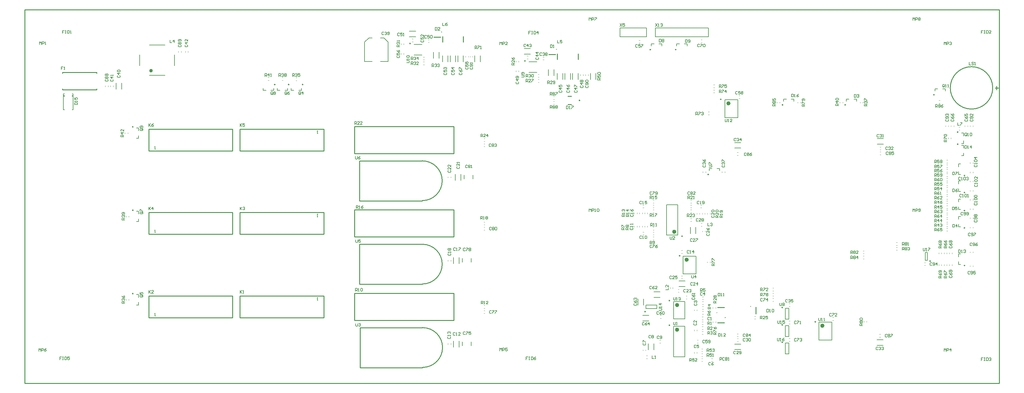
<source format=gto>
G04 Layer_Color=65535*
%FSLAX43Y43*%
%MOMM*%
G71*
G01*
G75*
%ADD34C,0.250*%
%ADD35C,0.200*%
%ADD36C,0.500*%
%ADD39C,0.150*%
%ADD43C,0.254*%
%ADD78C,0.600*%
%ADD79C,0.100*%
D34*
X260225Y35150D02*
G03*
X260225Y35150I-125J0D01*
G01*
X188250Y36675D02*
G03*
X188250Y36675I-125J0D01*
G01*
X178325Y20625D02*
G03*
X178325Y20625I-125J0D01*
G01*
X268150Y68800D02*
G03*
X268150Y68800I-125J0D01*
G01*
X201250Y18900D02*
G03*
X201250Y18900I-50J0D01*
G01*
X200075Y81725D02*
G03*
X200075Y81725I-125J0D01*
G01*
X188950Y42315D02*
G03*
X188950Y42315I-125J0D01*
G01*
X185300Y23780D02*
G03*
X185300Y23780I-125J0D01*
G01*
X110800Y97775D02*
G03*
X110800Y97775I-125J0D01*
G01*
X217750Y11800D02*
G03*
X217750Y11800I-125J0D01*
G01*
Y16800D02*
G03*
X217750Y16800I-125J0D01*
G01*
X227250Y17675D02*
G03*
X227250Y17675I-125J0D01*
G01*
X261325Y83025D02*
G03*
X261325Y83025I-125J0D01*
G01*
X217825Y80125D02*
G03*
X217825Y80125I-125J0D01*
G01*
X268150Y72300D02*
G03*
X268150Y72300I-125J0D01*
G01*
X270100Y33900D02*
G03*
X270100Y33900I-125J0D01*
G01*
X152750Y96100D02*
G03*
X152750Y96100I-50J0D01*
G01*
X119750Y101100D02*
G03*
X119750Y101100I-50J0D01*
G01*
X235825Y80125D02*
G03*
X235825Y80125I-125J0D01*
G01*
X270100Y44700D02*
G03*
X270100Y44700I-125J0D01*
G01*
Y49700D02*
G03*
X270100Y49700I-125J0D01*
G01*
Y54900D02*
G03*
X270100Y54900I-125J0D01*
G01*
Y59800D02*
G03*
X270100Y59800I-125J0D01*
G01*
X179825Y96025D02*
G03*
X179825Y96025I-125J0D01*
G01*
X187125D02*
G03*
X187125Y96025I-125J0D01*
G01*
X79925Y85975D02*
G03*
X79925Y85975I-125J0D01*
G01*
X31150Y25800D02*
G03*
X31150Y25800I-125J0D01*
G01*
X75925Y85975D02*
G03*
X75925Y85975I-125J0D01*
G01*
X31150Y49800D02*
G03*
X31150Y49800I-125J0D01*
G01*
X71925Y85975D02*
G03*
X71925Y85975I-125J0D01*
G01*
X31150Y73800D02*
G03*
X31150Y73800I-125J0D01*
G01*
X185300Y16685D02*
G03*
X185300Y16685I-125J0D01*
G01*
X196455Y60095D02*
G03*
X196455Y60095I-125J0D01*
G01*
X217750Y21800D02*
G03*
X217750Y21800I-125J0D01*
G01*
X143800Y92775D02*
G03*
X143800Y92775I-125J0D01*
G01*
X208550Y22100D02*
G03*
X208550Y22100I-50J0D01*
G01*
X198850Y20300D02*
G03*
X198850Y20300I-50J0D01*
G01*
X199025Y17400D02*
X200975D01*
X278750Y85000D02*
X279750D01*
X279250Y84500D02*
Y85500D01*
X156000Y82600D02*
X157000D01*
X156000Y80200D02*
X157000D01*
X150525Y94600D02*
X152475D01*
X117525Y99600D02*
X119475D01*
X210000Y19925D02*
Y21875D01*
X199025Y21800D02*
X200975D01*
D35*
X35750Y97350D02*
X40250D01*
X35750Y88650D02*
X40250D01*
X43000Y91450D02*
Y94550D01*
X33000Y91450D02*
Y94550D01*
X258700Y37650D02*
X259300D01*
X258700Y35350D02*
X259300D01*
X258700D02*
Y37650D01*
X259300Y35350D02*
Y37650D01*
X189150Y31450D02*
Y36550D01*
X192850Y31450D02*
Y36550D01*
X189150D02*
X192850D01*
X189150Y31450D02*
X192850D01*
X178450Y21500D02*
Y22500D01*
X181550Y21500D02*
Y22500D01*
X178450Y21500D02*
X181550D01*
X178450Y22500D02*
X181550D01*
X269100Y68500D02*
X269700D01*
Y67700D02*
Y68500D01*
X269100Y65500D02*
X269700D01*
Y66300D01*
X11100Y78750D02*
Y83250D01*
X13900Y78750D02*
Y83250D01*
X11100Y78750D02*
X11375D01*
X13625D02*
X13900D01*
X13625Y82600D02*
X13900D01*
X13625Y82800D02*
X13900D01*
X13625Y82600D02*
Y82800D01*
X11100Y82600D02*
X11375D01*
X11100Y82800D02*
X11375D01*
Y82600D02*
Y82800D01*
X11100Y83250D02*
X11375D01*
X13625D02*
X13900D01*
X201150Y76450D02*
X204850D01*
X201150Y81550D02*
X204850D01*
Y76450D02*
Y81550D01*
X201150Y76450D02*
Y81550D01*
X97600Y92600D02*
Y98150D01*
Y92600D02*
X99800D01*
X102200D02*
X104400D01*
Y98150D01*
X98850Y99400D02*
X99800D01*
X97600Y98150D02*
X98850Y99400D01*
X103150D02*
X104400Y98150D01*
X102200Y99400D02*
X103150D01*
X181140Y102270D02*
X196380D01*
Y99730D02*
Y102270D01*
X181140Y99730D02*
X196380D01*
X181140D02*
Y102270D01*
X170980Y99730D02*
Y102270D01*
Y99730D02*
X178600D01*
Y102270D01*
X170980D02*
X178600D01*
X184400Y51375D02*
X187600D01*
X184400Y42625D02*
X187600D01*
X184400D02*
Y51375D01*
X187600Y42625D02*
Y51375D01*
X186400Y18500D02*
X189600D01*
X186400Y23500D02*
X189600D01*
Y18500D02*
Y23500D01*
X186400Y18500D02*
Y23500D01*
X128250Y10850D02*
Y11950D01*
X125750Y10850D02*
Y11950D01*
X124400Y92500D02*
Y94300D01*
X126000Y92500D02*
Y94300D01*
X130900Y92500D02*
Y94300D01*
X129300Y92500D02*
Y94300D01*
X111850Y97550D02*
X114150D01*
X111850Y94450D02*
X114150D01*
X219500Y8450D02*
Y11550D01*
X218500Y8450D02*
Y11550D01*
Y8450D02*
X219500D01*
X218500Y11550D02*
X219500D01*
Y13450D02*
Y16550D01*
X218500Y13450D02*
Y16550D01*
Y13450D02*
X219500D01*
X218500Y16550D02*
X219500D01*
X228150Y12450D02*
X231850D01*
X228150Y17550D02*
X231850D01*
Y12450D02*
Y17550D01*
X228150Y12450D02*
Y17550D01*
X263700Y84700D02*
X264500D01*
Y84100D02*
Y84700D01*
X261500D02*
X262300D01*
X261500Y84100D02*
Y84700D01*
X220200Y81800D02*
X221000D01*
Y81200D02*
Y81800D01*
X218000D02*
X218800D01*
X218000Y81200D02*
Y81800D01*
X128750Y58850D02*
Y59950D01*
X126250Y58850D02*
Y59950D01*
X128250Y34850D02*
Y35950D01*
X125750Y34850D02*
Y35950D01*
X269700Y69000D02*
Y69800D01*
X269100Y69000D02*
X269700D01*
Y71200D02*
Y72000D01*
X269100D02*
X269700D01*
X268300Y36400D02*
Y37200D01*
X268900D01*
X268300Y34200D02*
Y35000D01*
Y34200D02*
X268900D01*
X180700Y9600D02*
Y11400D01*
X179100Y9600D02*
Y11400D01*
X123200Y10400D02*
Y12200D01*
X124800Y10400D02*
Y12200D01*
X123200Y34400D02*
Y36200D01*
X124800Y34400D02*
Y36200D01*
X123700Y58400D02*
Y60200D01*
X125300Y58400D02*
Y60200D01*
X187900Y27800D02*
X189700D01*
X187900Y29400D02*
X189700D01*
X191200Y43100D02*
Y44900D01*
X192800Y43100D02*
Y44900D01*
X203930Y11270D02*
X205730D01*
X203930Y9670D02*
X205730D01*
X244900Y68800D02*
X246700D01*
X244900Y70400D02*
X246700D01*
X244830Y12470D02*
X246630D01*
X244830Y10870D02*
X246630D01*
X203930Y67670D02*
X205730D01*
X203930Y69270D02*
X205730D01*
X26200Y84600D02*
Y86400D01*
X27800Y84600D02*
Y86400D01*
X143500Y94700D02*
X145300D01*
X143500Y96300D02*
X145300D01*
X153000Y87400D02*
Y89200D01*
X154600Y87400D02*
Y89200D01*
X155200Y87400D02*
Y89200D01*
X156800Y87400D02*
Y89200D01*
X157400Y87400D02*
Y89200D01*
X159000Y87400D02*
Y89200D01*
X110500Y99700D02*
X112300D01*
X110500Y101300D02*
X112300D01*
X120000Y92500D02*
Y94300D01*
X121600Y92500D02*
Y94300D01*
X122200Y92500D02*
Y94300D01*
X123800Y92500D02*
Y94300D01*
X236000Y81200D02*
Y81800D01*
X236800D01*
X239000Y81200D02*
Y81800D01*
X238200D02*
X239000D01*
X268300Y45000D02*
X268900D01*
X268300D02*
Y45800D01*
Y48000D02*
X268900D01*
X268300Y47200D02*
Y48000D01*
Y50000D02*
X268900D01*
X268300D02*
Y50800D01*
Y53000D02*
X268900D01*
X268300Y52200D02*
Y53000D01*
Y55200D02*
X268900D01*
X268300D02*
Y56000D01*
Y58200D02*
X268900D01*
X268300Y57400D02*
Y58200D01*
Y60100D02*
X268900D01*
X268300D02*
Y60900D01*
Y63100D02*
X268900D01*
X268300Y62300D02*
Y63100D01*
X180000Y97100D02*
Y97700D01*
X180800D01*
X183000Y97100D02*
Y97700D01*
X182200D02*
X183000D01*
X187300Y97100D02*
Y97700D01*
X188100D01*
X190300Y97100D02*
Y97700D01*
X189500D02*
X190300D01*
X79500Y84300D02*
Y84900D01*
X78700Y84300D02*
X79500D01*
X76500D02*
Y84900D01*
Y84300D02*
X77300D01*
X32100Y25500D02*
X32700D01*
Y24700D02*
Y25500D01*
X32100Y22500D02*
X32700D01*
Y23300D01*
X75500Y84300D02*
Y84900D01*
X74700Y84300D02*
X75500D01*
X72500D02*
Y84900D01*
Y84300D02*
X73300D01*
X32100Y49500D02*
X32700D01*
Y48700D02*
Y49500D01*
X32100Y46500D02*
X32700D01*
Y47300D01*
X71500Y84300D02*
Y84900D01*
X70700Y84300D02*
X71500D01*
X68500D02*
Y84900D01*
Y84300D02*
X69300D01*
X32100Y73500D02*
X32700D01*
Y72700D02*
Y73500D01*
X32100Y70500D02*
X32700D01*
Y71300D01*
X150400Y88500D02*
Y90300D01*
X152000Y88500D02*
Y90300D01*
X117400Y93500D02*
Y95300D01*
X119000Y93500D02*
Y95300D01*
X186400Y7625D02*
X189600D01*
X186400Y16375D02*
X189600D01*
Y7625D02*
Y16375D01*
X186400Y7625D02*
Y16375D01*
X196630Y61170D02*
Y61770D01*
X197430D01*
X199630Y61170D02*
Y61770D01*
X198830D02*
X199630D01*
X219500Y18450D02*
Y21550D01*
X218500Y18450D02*
Y21550D01*
Y18450D02*
X219500D01*
X218500Y21550D02*
X219500D01*
X144850Y89450D02*
X147150D01*
X144850Y92550D02*
X147150D01*
X180700Y24700D02*
X182500D01*
X180700Y26300D02*
X182500D01*
X176200Y22500D02*
Y24300D01*
X177800Y22500D02*
Y24300D01*
X177500Y19500D02*
X179300D01*
X177500Y17900D02*
X179300D01*
X164100Y87400D02*
Y89200D01*
X162500Y87400D02*
Y89200D01*
D36*
X36500Y89950D02*
G03*
X36500Y89950I-250J0D01*
G01*
D39*
X41700Y98800D02*
Y98000D01*
X42233D01*
X42900D02*
Y98800D01*
X42500Y98400D01*
X43033D01*
X258100Y38900D02*
Y38233D01*
X258233Y38100D01*
X258500D01*
X258633Y38233D01*
Y38900D01*
X258900Y38100D02*
X259166D01*
X259033D01*
Y38900D01*
X258900Y38766D01*
X259566Y38900D02*
X260099D01*
Y38766D01*
X259566Y38233D01*
Y38100D01*
X191600Y31050D02*
Y30383D01*
X191733Y30250D01*
X192000D01*
X192133Y30383D01*
Y31050D01*
X192800Y30250D02*
Y31050D01*
X192400Y30650D01*
X192933D01*
X120026Y103713D02*
Y102913D01*
X120560D01*
X121359Y103713D02*
X121093Y103580D01*
X120826Y103313D01*
Y103047D01*
X120959Y102913D01*
X121226D01*
X121359Y103047D01*
Y103180D01*
X121226Y103313D01*
X120826D01*
X182200Y21000D02*
X182867D01*
X183000Y21133D01*
Y21400D01*
X182867Y21533D01*
X182200D01*
X183000Y21800D02*
Y22066D01*
Y21933D01*
X182200D01*
X182334Y21800D01*
X183000Y22866D02*
X182200D01*
X182600Y22466D01*
Y22999D01*
X270100Y68400D02*
Y67600D01*
X270500D01*
X270633Y67733D01*
Y68266D01*
X270500Y68400D01*
X270100D01*
X270900Y67600D02*
X271166D01*
X271033D01*
Y68400D01*
X270900Y68266D01*
X271966Y67600D02*
Y68400D01*
X271566Y68000D01*
X272099D01*
X199300Y14300D02*
Y13500D01*
X199700D01*
X199833Y13633D01*
Y14166D01*
X199700Y14300D01*
X199300D01*
X200100Y13500D02*
X200366D01*
X200233D01*
Y14300D01*
X200100Y14166D01*
X201299Y13500D02*
X200766D01*
X201299Y14033D01*
Y14166D01*
X201166Y14300D01*
X200899D01*
X200766Y14166D01*
X14300Y80200D02*
X15100D01*
Y80600D01*
X14967Y80733D01*
X14434D01*
X14300Y80600D01*
Y80200D01*
X15100Y81000D02*
Y81266D01*
Y81133D01*
X14300D01*
X14434Y81000D01*
X14300Y82199D02*
Y81666D01*
X14700D01*
X14567Y81933D01*
Y82066D01*
X14700Y82199D01*
X14967D01*
X15100Y82066D01*
Y81799D01*
X14967Y81666D01*
X240700Y16600D02*
X239900D01*
Y17000D01*
X240034Y17133D01*
X240300D01*
X240433Y17000D01*
Y16600D01*
Y16867D02*
X240700Y17133D01*
X240034Y17400D02*
X239900Y17533D01*
Y17800D01*
X240034Y17933D01*
X240167D01*
X240300Y17800D01*
X240433Y17933D01*
X240567D01*
X240700Y17800D01*
Y17533D01*
X240567Y17400D01*
X240433D01*
X240300Y17533D01*
X240167Y17400D01*
X240034D01*
X240300Y17533D02*
Y17800D01*
X240034Y18199D02*
X239900Y18333D01*
Y18599D01*
X240034Y18733D01*
X240567D01*
X240700Y18599D01*
Y18333D01*
X240567Y18199D01*
X240034D01*
X201200Y76000D02*
Y75333D01*
X201333Y75200D01*
X201600D01*
X201733Y75333D01*
Y76000D01*
X202000Y75200D02*
X202266D01*
X202133D01*
Y76000D01*
X202000Y75866D01*
X203199Y75200D02*
X202666D01*
X203199Y75733D01*
Y75866D01*
X203066Y76000D01*
X202799D01*
X202666Y75866D01*
X10979Y91073D02*
X10446D01*
Y90673D01*
X10713D01*
X10446D01*
Y90274D01*
X11246D02*
X11513D01*
X11379D01*
Y91073D01*
X11246Y90940D01*
X94800Y74500D02*
Y75300D01*
X95200D01*
X95333Y75166D01*
Y74900D01*
X95200Y74767D01*
X94800D01*
X95067D02*
X95333Y74500D01*
X96133D02*
X95600D01*
X96133Y75033D01*
Y75166D01*
X96000Y75300D01*
X95733D01*
X95600Y75166D01*
X96933Y74500D02*
X96399D01*
X96933Y75033D01*
Y75166D01*
X96799Y75300D01*
X96533D01*
X96399Y75166D01*
X196200Y46100D02*
Y45300D01*
X196733D01*
X197000Y45966D02*
X197133Y46100D01*
X197400D01*
X197533Y45966D01*
Y45833D01*
X197400Y45700D01*
X197266D01*
X197400D01*
X197533Y45567D01*
Y45433D01*
X197400Y45300D01*
X197133D01*
X197000Y45433D01*
X103133Y100966D02*
X103000Y101100D01*
X102733D01*
X102600Y100966D01*
Y100433D01*
X102733Y100300D01*
X103000D01*
X103133Y100433D01*
X103400Y100966D02*
X103533Y101100D01*
X103800D01*
X103933Y100966D01*
Y100833D01*
X103800Y100700D01*
X103666D01*
X103800D01*
X103933Y100567D01*
Y100433D01*
X103800Y100300D01*
X103533D01*
X103400Y100433D01*
X104199D02*
X104333Y100300D01*
X104599D01*
X104733Y100433D01*
Y100966D01*
X104599Y101100D01*
X104333D01*
X104199Y100966D01*
Y100833D01*
X104333Y100700D01*
X104733D01*
X181200Y103500D02*
X181733Y102700D01*
Y103500D02*
X181200Y102700D01*
X182000D02*
X182266D01*
X182133D01*
Y103500D01*
X182000Y103366D01*
X182666D02*
X182799Y103500D01*
X183066D01*
X183199Y103366D01*
Y103233D01*
X183066Y103100D01*
X182933D01*
X183066D01*
X183199Y102967D01*
Y102833D01*
X183066Y102700D01*
X182799D01*
X182666Y102833D01*
X171000Y103500D02*
X171533Y102700D01*
Y103500D02*
X171000Y102700D01*
X172333Y103500D02*
X171800D01*
Y103100D01*
X172066Y103233D01*
X172200D01*
X172333Y103100D01*
Y102833D01*
X172200Y102700D01*
X171933D01*
X171800Y102833D01*
X144559Y7588D02*
X144025D01*
Y7188D01*
X144292D01*
X144025D01*
Y6788D01*
X144825Y7588D02*
X145092D01*
X144958D01*
Y6788D01*
X144825D01*
X145092D01*
X145492Y7588D02*
Y6788D01*
X145891D01*
X146025Y6921D01*
Y7454D01*
X145891Y7588D01*
X145492D01*
X146824D02*
X146558Y7454D01*
X146291Y7188D01*
Y6921D01*
X146425Y6788D01*
X146691D01*
X146824Y6921D01*
Y7054D01*
X146691Y7188D01*
X146291D01*
X185400Y42200D02*
Y41533D01*
X185533Y41400D01*
X185800D01*
X185933Y41533D01*
Y42200D01*
X186733Y41400D02*
X186200D01*
X186733Y41933D01*
Y42066D01*
X186600Y42200D01*
X186333D01*
X186200Y42066D01*
X186400Y24700D02*
Y24033D01*
X186533Y23900D01*
X186800D01*
X186933Y24033D01*
Y24700D01*
X187200Y23900D02*
X187466D01*
X187333D01*
Y24700D01*
X187200Y24566D01*
X187866D02*
X187999Y24700D01*
X188266D01*
X188399Y24566D01*
Y24433D01*
X188266Y24300D01*
X188133D01*
X188266D01*
X188399Y24167D01*
Y24033D01*
X188266Y23900D01*
X187999D01*
X187866Y24033D01*
X126533Y14666D02*
X126400Y14800D01*
X126133D01*
X126000Y14666D01*
Y14133D01*
X126133Y14000D01*
X126400D01*
X126533Y14133D01*
X126800Y14800D02*
X127333D01*
Y14666D01*
X126800Y14133D01*
Y14000D01*
X128133Y14800D02*
X127599D01*
Y14400D01*
X127866Y14533D01*
X127999D01*
X128133Y14400D01*
Y14133D01*
X127999Y14000D01*
X127733D01*
X127599Y14133D01*
X124934Y89333D02*
X124800Y89200D01*
Y88933D01*
X124934Y88800D01*
X125467D01*
X125600Y88933D01*
Y89200D01*
X125467Y89333D01*
X124800Y90133D02*
X124934Y89866D01*
X125200Y89600D01*
X125467D01*
X125600Y89733D01*
Y90000D01*
X125467Y90133D01*
X125333D01*
X125200Y90000D01*
Y89600D01*
X124800Y90399D02*
Y90933D01*
X124934D01*
X125467Y90399D01*
X125600D01*
X193833Y97466D02*
X193700Y97600D01*
X193433D01*
X193300Y97466D01*
Y96933D01*
X193433Y96800D01*
X193700D01*
X193833Y96933D01*
X194100Y97600D02*
X194633D01*
Y97466D01*
X194100Y96933D01*
Y96800D01*
X194899Y97466D02*
X195033Y97600D01*
X195299D01*
X195433Y97466D01*
Y96933D01*
X195299Y96800D01*
X195033D01*
X194899Y96933D01*
Y97466D01*
X271300Y92400D02*
Y91600D01*
X271833D01*
X272633Y92266D02*
X272500Y92400D01*
X272233D01*
X272100Y92266D01*
Y92133D01*
X272233Y92000D01*
X272500D01*
X272633Y91867D01*
Y91733D01*
X272500Y91600D01*
X272233D01*
X272100Y91733D01*
X272899Y91600D02*
X273166D01*
X273033D01*
Y92400D01*
X272899Y92266D01*
X155600Y79800D02*
Y79000D01*
X156000D01*
X156133Y79133D01*
Y79666D01*
X156000Y79800D01*
X155600D01*
X156400Y79000D02*
X156666D01*
X156533D01*
Y79800D01*
X156400Y79666D01*
X157066Y79800D02*
X157599D01*
Y79666D01*
X157066Y79133D01*
Y79000D01*
X95000Y65300D02*
Y64633D01*
X95133Y64500D01*
X95400D01*
X95533Y64633D01*
Y65300D01*
X96333D02*
X96066Y65166D01*
X95800Y64900D01*
Y64633D01*
X95933Y64500D01*
X96200D01*
X96333Y64633D01*
Y64767D01*
X96200Y64900D01*
X95800D01*
X4200Y97500D02*
Y98300D01*
X4467Y98033D01*
X4733Y98300D01*
Y97500D01*
X5000D02*
Y98300D01*
X5400D01*
X5533Y98166D01*
Y97900D01*
X5400Y97767D01*
X5000D01*
X5799Y97500D02*
X6066D01*
X5933D01*
Y98300D01*
X5799Y98166D01*
X162157Y104412D02*
Y105212D01*
X162424Y104945D01*
X162690Y105212D01*
Y104412D01*
X162957D02*
Y105212D01*
X163357D01*
X163490Y105078D01*
Y104812D01*
X163357Y104679D01*
X162957D01*
X163756Y105212D02*
X164290D01*
Y105078D01*
X163756Y104545D01*
Y104412D01*
X129307Y96253D02*
Y97052D01*
X129707D01*
X129840Y96919D01*
Y96652D01*
X129707Y96519D01*
X129307D01*
X129573D02*
X129840Y96253D01*
X130107Y97052D02*
X130640D01*
Y96919D01*
X130107Y96386D01*
Y96253D01*
X130906D02*
X131173D01*
X131040D01*
Y97052D01*
X130906Y96919D01*
X109700Y92300D02*
X110367D01*
X110500Y92433D01*
Y92700D01*
X110367Y92833D01*
X109700D01*
X110500Y93100D02*
Y93366D01*
Y93233D01*
X109700D01*
X109834Y93100D01*
Y93766D02*
X109700Y93899D01*
Y94166D01*
X109834Y94299D01*
X110367D01*
X110500Y94166D01*
Y93899D01*
X110367Y93766D01*
X109834D01*
X35622Y74706D02*
Y73907D01*
Y74173D01*
X36155Y74706D01*
X35755Y74306D01*
X36155Y73907D01*
X36955Y74706D02*
X36689Y74573D01*
X36422Y74306D01*
Y74040D01*
X36555Y73907D01*
X36822D01*
X36955Y74040D01*
Y74173D01*
X36822Y74306D01*
X36422D01*
X37300Y67375D02*
X37567D01*
X37433D01*
Y68175D01*
X37300Y68041D01*
X150900Y79100D02*
Y79900D01*
X151300D01*
X151433Y79766D01*
Y79500D01*
X151300Y79367D01*
X150900D01*
X151167D02*
X151433Y79100D01*
X151700Y79766D02*
X151833Y79900D01*
X152100D01*
X152233Y79766D01*
Y79633D01*
X152100Y79500D01*
X152233Y79367D01*
Y79233D01*
X152100Y79100D01*
X151833D01*
X151700Y79233D01*
Y79367D01*
X151833Y79500D01*
X151700Y79633D01*
Y79766D01*
X151833Y79500D02*
X152100D01*
X152499Y79766D02*
X152633Y79900D01*
X152899D01*
X153033Y79766D01*
Y79633D01*
X152899Y79500D01*
X153033Y79367D01*
Y79233D01*
X152899Y79100D01*
X152633D01*
X152499Y79233D01*
Y79367D01*
X152633Y79500D01*
X152499Y79633D01*
Y79766D01*
X152633Y79500D02*
X152899D01*
X150900Y82900D02*
Y83700D01*
X151300D01*
X151433Y83566D01*
Y83300D01*
X151300Y83167D01*
X150900D01*
X151167D02*
X151433Y82900D01*
X151700Y83566D02*
X151833Y83700D01*
X152100D01*
X152233Y83566D01*
Y83433D01*
X152100Y83300D01*
X152233Y83167D01*
Y83033D01*
X152100Y82900D01*
X151833D01*
X151700Y83033D01*
Y83167D01*
X151833Y83300D01*
X151700Y83433D01*
Y83566D01*
X151833Y83300D02*
X152100D01*
X152499Y83700D02*
X153033D01*
Y83566D01*
X152499Y83033D01*
Y82900D01*
X216200Y13000D02*
Y12333D01*
X216333Y12200D01*
X216600D01*
X216733Y12333D01*
Y13000D01*
X217000Y12200D02*
X217266D01*
X217133D01*
Y13000D01*
X217000Y12866D01*
X218199Y13000D02*
X217933Y12866D01*
X217666Y12600D01*
Y12333D01*
X217799Y12200D01*
X218066D01*
X218199Y12333D01*
Y12467D01*
X218066Y12600D01*
X217666D01*
X216300Y18000D02*
Y17333D01*
X216433Y17200D01*
X216700D01*
X216833Y17333D01*
Y18000D01*
X217100Y17200D02*
X217366D01*
X217233D01*
Y18000D01*
X217100Y17866D01*
X218299Y18000D02*
X217766D01*
Y17600D01*
X218033Y17733D01*
X218166D01*
X218299Y17600D01*
Y17333D01*
X218166Y17200D01*
X217899D01*
X217766Y17333D01*
X228100Y18800D02*
Y18133D01*
X228233Y18000D01*
X228500D01*
X228633Y18133D01*
Y18800D01*
X228900Y18000D02*
X229166D01*
X229033D01*
Y18800D01*
X228900Y18666D01*
X229566Y18000D02*
X229833D01*
X229699D01*
Y18800D01*
X229566Y18666D01*
X261700Y79400D02*
Y80200D01*
X262100D01*
X262233Y80066D01*
Y79800D01*
X262100Y79667D01*
X261700D01*
X261967D02*
X262233Y79400D01*
X262500Y80066D02*
X262633Y80200D01*
X262900D01*
X263033Y80066D01*
Y79933D01*
X262900Y79800D01*
X263033Y79667D01*
Y79533D01*
X262900Y79400D01*
X262633D01*
X262500Y79533D01*
Y79667D01*
X262633Y79800D01*
X262500Y79933D01*
Y80066D01*
X262633Y79800D02*
X262900D01*
X263833Y80200D02*
X263566Y80066D01*
X263299Y79800D01*
Y79533D01*
X263433Y79400D01*
X263699D01*
X263833Y79533D01*
Y79667D01*
X263699Y79800D01*
X263299D01*
X215700Y79800D02*
X214900D01*
Y80200D01*
X215034Y80333D01*
X215300D01*
X215433Y80200D01*
Y79800D01*
Y80067D02*
X215700Y80333D01*
X215034Y80600D02*
X214900Y80733D01*
Y81000D01*
X215034Y81133D01*
X215167D01*
X215300Y81000D01*
X215433Y81133D01*
X215567D01*
X215700Y81000D01*
Y80733D01*
X215567Y80600D01*
X215433D01*
X215300Y80733D01*
X215167Y80600D01*
X215034D01*
X215300Y80733D02*
Y81000D01*
X214900Y81933D02*
Y81399D01*
X215300D01*
X215167Y81666D01*
Y81799D01*
X215300Y81933D01*
X215567D01*
X215700Y81799D01*
Y81533D01*
X215567Y81399D01*
X211400Y26600D02*
Y27400D01*
X211800D01*
X211933Y27266D01*
Y27000D01*
X211800Y26867D01*
X211400D01*
X211667D02*
X211933Y26600D01*
X212200Y27400D02*
X212733D01*
Y27266D01*
X212200Y26733D01*
Y26600D01*
X213533D02*
X212999D01*
X213533Y27133D01*
Y27266D01*
X213399Y27400D01*
X213133D01*
X212999Y27266D01*
X264233Y85333D02*
Y85866D01*
X264100Y86000D01*
X263833D01*
X263700Y85866D01*
Y85333D01*
X263833Y85200D01*
X264100D01*
X263967Y85467D02*
X264233Y85200D01*
X264100D02*
X264233Y85333D01*
X264500Y85200D02*
X264766D01*
X264633D01*
Y86000D01*
X264500Y85866D01*
X265166Y85200D02*
X265433D01*
X265299D01*
Y86000D01*
X265166Y85866D01*
X220300Y83200D02*
Y82400D01*
X220700D01*
X220833Y82533D01*
Y83066D01*
X220700Y83200D01*
X220300D01*
X221100Y82400D02*
X221366D01*
X221233D01*
Y83200D01*
X221100Y83066D01*
X222299Y83200D02*
X222033Y83066D01*
X221766Y82800D01*
Y82533D01*
X221899Y82400D01*
X222166D01*
X222299Y82533D01*
Y82667D01*
X222166Y82800D01*
X221766D01*
X272934Y62833D02*
X272800Y62700D01*
Y62433D01*
X272934Y62300D01*
X273467D01*
X273600Y62433D01*
Y62700D01*
X273467Y62833D01*
X273600Y63100D02*
Y63366D01*
Y63233D01*
X272800D01*
X272934Y63100D01*
Y63766D02*
X272800Y63899D01*
Y64166D01*
X272934Y64299D01*
X273467D01*
X273600Y64166D01*
Y63899D01*
X273467Y63766D01*
X272934D01*
X273600Y64966D02*
X272800D01*
X273200Y64566D01*
Y65099D01*
X268833Y59166D02*
X268700Y59300D01*
X268433D01*
X268300Y59166D01*
Y58633D01*
X268433Y58500D01*
X268700D01*
X268833Y58633D01*
X269100Y58500D02*
X269366D01*
X269233D01*
Y59300D01*
X269100Y59166D01*
X269766D02*
X269899Y59300D01*
X270166D01*
X270299Y59166D01*
Y58633D01*
X270166Y58500D01*
X269899D01*
X269766Y58633D01*
Y59166D01*
X270566D02*
X270699Y59300D01*
X270966D01*
X271099Y59166D01*
Y59033D01*
X270966Y58900D01*
X270833D01*
X270966D01*
X271099Y58767D01*
Y58633D01*
X270966Y58500D01*
X270699D01*
X270566Y58633D01*
X273034Y57133D02*
X272900Y57000D01*
Y56733D01*
X273034Y56600D01*
X273567D01*
X273700Y56733D01*
Y57000D01*
X273567Y57133D01*
X273700Y57400D02*
Y57666D01*
Y57533D01*
X272900D01*
X273034Y57400D01*
Y58066D02*
X272900Y58199D01*
Y58466D01*
X273034Y58599D01*
X273567D01*
X273700Y58466D01*
Y58199D01*
X273567Y58066D01*
X273034D01*
X273700Y59399D02*
Y58866D01*
X273167Y59399D01*
X273034D01*
X272900Y59266D01*
Y58999D01*
X273034Y58866D01*
X269133Y54266D02*
X269000Y54400D01*
X268733D01*
X268600Y54266D01*
Y53733D01*
X268733Y53600D01*
X269000D01*
X269133Y53733D01*
X269400Y53600D02*
X269666D01*
X269533D01*
Y54400D01*
X269400Y54266D01*
X270066D02*
X270199Y54400D01*
X270466D01*
X270599Y54266D01*
Y53733D01*
X270466Y53600D01*
X270199D01*
X270066Y53733D01*
Y54266D01*
X270866Y53600D02*
X271133D01*
X270999D01*
Y54400D01*
X270866Y54266D01*
X272934Y51833D02*
X272800Y51700D01*
Y51433D01*
X272934Y51300D01*
X273467D01*
X273600Y51433D01*
Y51700D01*
X273467Y51833D01*
X273600Y52100D02*
Y52366D01*
Y52233D01*
X272800D01*
X272934Y52100D01*
Y52766D02*
X272800Y52899D01*
Y53166D01*
X272934Y53299D01*
X273467D01*
X273600Y53166D01*
Y52899D01*
X273467Y52766D01*
X272934D01*
Y53566D02*
X272800Y53699D01*
Y53966D01*
X272934Y54099D01*
X273467D01*
X273600Y53966D01*
Y53699D01*
X273467Y53566D01*
X272934D01*
X269533Y49066D02*
X269400Y49200D01*
X269133D01*
X269000Y49066D01*
Y48533D01*
X269133Y48400D01*
X269400D01*
X269533Y48533D01*
X269800D02*
X269933Y48400D01*
X270200D01*
X270333Y48533D01*
Y49066D01*
X270200Y49200D01*
X269933D01*
X269800Y49066D01*
Y48933D01*
X269933Y48800D01*
X270333D01*
X270599Y48533D02*
X270733Y48400D01*
X270999D01*
X271133Y48533D01*
Y49066D01*
X270999Y49200D01*
X270733D01*
X270599Y49066D01*
Y48933D01*
X270733Y48800D01*
X271133D01*
X272934Y46933D02*
X272800Y46800D01*
Y46533D01*
X272934Y46400D01*
X273467D01*
X273600Y46533D01*
Y46800D01*
X273467Y46933D01*
Y47200D02*
X273600Y47333D01*
Y47600D01*
X273467Y47733D01*
X272934D01*
X272800Y47600D01*
Y47333D01*
X272934Y47200D01*
X273067D01*
X273200Y47333D01*
Y47733D01*
X272934Y47999D02*
X272800Y48133D01*
Y48399D01*
X272934Y48533D01*
X273067D01*
X273200Y48399D01*
X273333Y48533D01*
X273467D01*
X273600Y48399D01*
Y48133D01*
X273467Y47999D01*
X273333D01*
X273200Y48133D01*
X273067Y47999D01*
X272934D01*
X273200Y48133D02*
Y48399D01*
X271633Y43066D02*
X271500Y43200D01*
X271233D01*
X271100Y43066D01*
Y42533D01*
X271233Y42400D01*
X271500D01*
X271633Y42533D01*
X271900D02*
X272033Y42400D01*
X272300D01*
X272433Y42533D01*
Y43066D01*
X272300Y43200D01*
X272033D01*
X271900Y43066D01*
Y42933D01*
X272033Y42800D01*
X272433D01*
X272699Y43200D02*
X273233D01*
Y43066D01*
X272699Y42533D01*
Y42400D01*
X272119Y40238D02*
X271986Y40372D01*
X271719D01*
X271586Y40238D01*
Y39705D01*
X271719Y39572D01*
X271986D01*
X272119Y39705D01*
X272386D02*
X272519Y39572D01*
X272786D01*
X272919Y39705D01*
Y40238D01*
X272786Y40372D01*
X272519D01*
X272386Y40238D01*
Y40105D01*
X272519Y39972D01*
X272919D01*
X273719Y40372D02*
X273452Y40238D01*
X273185Y39972D01*
Y39705D01*
X273319Y39572D01*
X273585D01*
X273719Y39705D01*
Y39839D01*
X273585Y39972D01*
X273185D01*
X271533Y32066D02*
X271400Y32200D01*
X271133D01*
X271000Y32066D01*
Y31533D01*
X271133Y31400D01*
X271400D01*
X271533Y31533D01*
X271800D02*
X271933Y31400D01*
X272200D01*
X272333Y31533D01*
Y32066D01*
X272200Y32200D01*
X271933D01*
X271800Y32066D01*
Y31933D01*
X271933Y31800D01*
X272333D01*
X273133Y32200D02*
X272599D01*
Y31800D01*
X272866Y31933D01*
X272999D01*
X273133Y31800D01*
Y31533D01*
X272999Y31400D01*
X272733D01*
X272599Y31533D01*
X260633Y34566D02*
X260500Y34700D01*
X260233D01*
X260100Y34566D01*
Y34033D01*
X260233Y33900D01*
X260500D01*
X260633Y34033D01*
X260900D02*
X261033Y33900D01*
X261300D01*
X261433Y34033D01*
Y34566D01*
X261300Y34700D01*
X261033D01*
X260900Y34566D01*
Y34433D01*
X261033Y34300D01*
X261433D01*
X262099Y33900D02*
Y34700D01*
X261699Y34300D01*
X262233D01*
X264734Y75933D02*
X264600Y75800D01*
Y75533D01*
X264734Y75400D01*
X265267D01*
X265400Y75533D01*
Y75800D01*
X265267Y75933D01*
Y76200D02*
X265400Y76333D01*
Y76600D01*
X265267Y76733D01*
X264734D01*
X264600Y76600D01*
Y76333D01*
X264734Y76200D01*
X264867D01*
X265000Y76333D01*
Y76733D01*
X264734Y76999D02*
X264600Y77133D01*
Y77399D01*
X264734Y77533D01*
X264867D01*
X265000Y77399D01*
Y77266D01*
Y77399D01*
X265133Y77533D01*
X265267D01*
X265400Y77399D01*
Y77133D01*
X265267Y76999D01*
X271734Y75933D02*
X271600Y75800D01*
Y75533D01*
X271734Y75400D01*
X272267D01*
X272400Y75533D01*
Y75800D01*
X272267Y75933D01*
Y76200D02*
X272400Y76333D01*
Y76600D01*
X272267Y76733D01*
X271734D01*
X271600Y76600D01*
Y76333D01*
X271734Y76200D01*
X271867D01*
X272000Y76333D01*
Y76733D01*
X272400Y77533D02*
Y76999D01*
X271867Y77533D01*
X271734D01*
X271600Y77399D01*
Y77133D01*
X271734Y76999D01*
X128034Y90933D02*
X127900Y90800D01*
Y90533D01*
X128034Y90400D01*
X128567D01*
X128700Y90533D01*
Y90800D01*
X128567Y90933D01*
Y91200D02*
X128700Y91333D01*
Y91600D01*
X128567Y91733D01*
X128034D01*
X127900Y91600D01*
Y91333D01*
X128034Y91200D01*
X128167D01*
X128300Y91333D01*
Y91733D01*
X128700Y91999D02*
Y92266D01*
Y92133D01*
X127900D01*
X128034Y91999D01*
X161234Y85633D02*
X161100Y85500D01*
Y85233D01*
X161234Y85100D01*
X161767D01*
X161900Y85233D01*
Y85500D01*
X161767Y85633D01*
Y85900D02*
X161900Y86033D01*
Y86300D01*
X161767Y86433D01*
X161234D01*
X161100Y86300D01*
Y86033D01*
X161234Y85900D01*
X161367D01*
X161500Y86033D01*
Y86433D01*
X161234Y86699D02*
X161100Y86833D01*
Y87099D01*
X161234Y87233D01*
X161767D01*
X161900Y87099D01*
Y86833D01*
X161767Y86699D01*
X161234D01*
X44234Y97333D02*
X44100Y97200D01*
Y96933D01*
X44234Y96800D01*
X44767D01*
X44900Y96933D01*
Y97200D01*
X44767Y97333D01*
X44234Y97600D02*
X44100Y97733D01*
Y98000D01*
X44234Y98133D01*
X44367D01*
X44500Y98000D01*
X44633Y98133D01*
X44767D01*
X44900Y98000D01*
Y97733D01*
X44767Y97600D01*
X44633D01*
X44500Y97733D01*
X44367Y97600D01*
X44234D01*
X44500Y97733D02*
Y98000D01*
X44767Y98399D02*
X44900Y98533D01*
Y98799D01*
X44767Y98933D01*
X44234D01*
X44100Y98799D01*
Y98533D01*
X44234Y98399D01*
X44367D01*
X44500Y98533D01*
Y98933D01*
X23234Y87433D02*
X23100Y87300D01*
Y87033D01*
X23234Y86900D01*
X23767D01*
X23900Y87033D01*
Y87300D01*
X23767Y87433D01*
X23234Y87700D02*
X23100Y87833D01*
Y88100D01*
X23234Y88233D01*
X23367D01*
X23500Y88100D01*
X23633Y88233D01*
X23767D01*
X23900Y88100D01*
Y87833D01*
X23767Y87700D01*
X23633D01*
X23500Y87833D01*
X23367Y87700D01*
X23234D01*
X23500Y87833D02*
Y88100D01*
X23234Y88499D02*
X23100Y88633D01*
Y88899D01*
X23234Y89033D01*
X23367D01*
X23500Y88899D01*
X23633Y89033D01*
X23767D01*
X23900Y88899D01*
Y88633D01*
X23767Y88499D01*
X23633D01*
X23500Y88633D01*
X23367Y88499D01*
X23234D01*
X23500Y88633D02*
Y88899D01*
X247733Y13966D02*
X247600Y14100D01*
X247333D01*
X247200Y13966D01*
Y13433D01*
X247333Y13300D01*
X247600D01*
X247733Y13433D01*
X248000Y13966D02*
X248133Y14100D01*
X248400D01*
X248533Y13966D01*
Y13833D01*
X248400Y13700D01*
X248533Y13567D01*
Y13433D01*
X248400Y13300D01*
X248133D01*
X248000Y13433D01*
Y13567D01*
X248133Y13700D01*
X248000Y13833D01*
Y13966D01*
X248133Y13700D02*
X248400D01*
X248799Y14100D02*
X249333D01*
Y13966D01*
X248799Y13433D01*
Y13300D01*
X207233Y66166D02*
X207100Y66300D01*
X206833D01*
X206700Y66166D01*
Y65633D01*
X206833Y65500D01*
X207100D01*
X207233Y65633D01*
X207500Y66166D02*
X207633Y66300D01*
X207900D01*
X208033Y66166D01*
Y66033D01*
X207900Y65900D01*
X208033Y65767D01*
Y65633D01*
X207900Y65500D01*
X207633D01*
X207500Y65633D01*
Y65767D01*
X207633Y65900D01*
X207500Y66033D01*
Y66166D01*
X207633Y65900D02*
X207900D01*
X208833Y66300D02*
X208566Y66166D01*
X208299Y65900D01*
Y65633D01*
X208433Y65500D01*
X208699D01*
X208833Y65633D01*
Y65767D01*
X208699Y65900D01*
X208299D01*
X248033Y66466D02*
X247900Y66600D01*
X247633D01*
X247500Y66466D01*
Y65933D01*
X247633Y65800D01*
X247900D01*
X248033Y65933D01*
X248300Y66466D02*
X248433Y66600D01*
X248700D01*
X248833Y66466D01*
Y66333D01*
X248700Y66200D01*
X248833Y66067D01*
Y65933D01*
X248700Y65800D01*
X248433D01*
X248300Y65933D01*
Y66067D01*
X248433Y66200D01*
X248300Y66333D01*
Y66466D01*
X248433Y66200D02*
X248700D01*
X249633Y66600D02*
X249099D01*
Y66200D01*
X249366Y66333D01*
X249499D01*
X249633Y66200D01*
Y65933D01*
X249499Y65800D01*
X249233D01*
X249099Y65933D01*
X206933Y14066D02*
X206800Y14200D01*
X206533D01*
X206400Y14066D01*
Y13533D01*
X206533Y13400D01*
X206800D01*
X206933Y13533D01*
X207200Y14066D02*
X207333Y14200D01*
X207600D01*
X207733Y14066D01*
Y13933D01*
X207600Y13800D01*
X207733Y13667D01*
Y13533D01*
X207600Y13400D01*
X207333D01*
X207200Y13533D01*
Y13667D01*
X207333Y13800D01*
X207200Y13933D01*
Y14066D01*
X207333Y13800D02*
X207600D01*
X208399Y13400D02*
Y14200D01*
X207999Y13800D01*
X208533D01*
X133933Y68766D02*
X133800Y68900D01*
X133533D01*
X133400Y68766D01*
Y68233D01*
X133533Y68100D01*
X133800D01*
X133933Y68233D01*
X134200Y68766D02*
X134333Y68900D01*
X134600D01*
X134733Y68766D01*
Y68633D01*
X134600Y68500D01*
X134733Y68367D01*
Y68233D01*
X134600Y68100D01*
X134333D01*
X134200Y68233D01*
Y68367D01*
X134333Y68500D01*
X134200Y68633D01*
Y68766D01*
X134333Y68500D02*
X134600D01*
X134999Y68766D02*
X135133Y68900D01*
X135399D01*
X135533Y68766D01*
Y68633D01*
X135399Y68500D01*
X135266D01*
X135399D01*
X135533Y68367D01*
Y68233D01*
X135399Y68100D01*
X135133D01*
X134999Y68233D01*
X191033Y54966D02*
X190900Y55100D01*
X190633D01*
X190500Y54966D01*
Y54433D01*
X190633Y54300D01*
X190900D01*
X191033Y54433D01*
X191300Y54966D02*
X191433Y55100D01*
X191700D01*
X191833Y54966D01*
Y54833D01*
X191700Y54700D01*
X191833Y54567D01*
Y54433D01*
X191700Y54300D01*
X191433D01*
X191300Y54433D01*
Y54567D01*
X191433Y54700D01*
X191300Y54833D01*
Y54966D01*
X191433Y54700D02*
X191700D01*
X192633Y54300D02*
X192099D01*
X192633Y54833D01*
Y54966D01*
X192499Y55100D01*
X192233D01*
X192099Y54966D01*
X127133Y62666D02*
X127000Y62800D01*
X126733D01*
X126600Y62666D01*
Y62133D01*
X126733Y62000D01*
X127000D01*
X127133Y62133D01*
X127400Y62666D02*
X127533Y62800D01*
X127800D01*
X127933Y62666D01*
Y62533D01*
X127800Y62400D01*
X127933Y62267D01*
Y62133D01*
X127800Y62000D01*
X127533D01*
X127400Y62133D01*
Y62267D01*
X127533Y62400D01*
X127400Y62533D01*
Y62666D01*
X127533Y62400D02*
X127800D01*
X128199Y62000D02*
X128466D01*
X128333D01*
Y62800D01*
X128199Y62666D01*
X134033Y44766D02*
X133900Y44900D01*
X133633D01*
X133500Y44766D01*
Y44233D01*
X133633Y44100D01*
X133900D01*
X134033Y44233D01*
X134300Y44766D02*
X134433Y44900D01*
X134700D01*
X134833Y44766D01*
Y44633D01*
X134700Y44500D01*
X134833Y44367D01*
Y44233D01*
X134700Y44100D01*
X134433D01*
X134300Y44233D01*
Y44367D01*
X134433Y44500D01*
X134300Y44633D01*
Y44766D01*
X134433Y44500D02*
X134700D01*
X135099Y44766D02*
X135233Y44900D01*
X135499D01*
X135633Y44766D01*
Y44233D01*
X135499Y44100D01*
X135233D01*
X135099Y44233D01*
Y44766D01*
X180133Y54966D02*
X180000Y55100D01*
X179733D01*
X179600Y54966D01*
Y54433D01*
X179733Y54300D01*
X180000D01*
X180133Y54433D01*
X180400Y55100D02*
X180933D01*
Y54966D01*
X180400Y54433D01*
Y54300D01*
X181199Y54433D02*
X181333Y54300D01*
X181599D01*
X181733Y54433D01*
Y54966D01*
X181599Y55100D01*
X181333D01*
X181199Y54966D01*
Y54833D01*
X181333Y54700D01*
X181733D01*
X126533Y38766D02*
X126400Y38900D01*
X126133D01*
X126000Y38766D01*
Y38233D01*
X126133Y38100D01*
X126400D01*
X126533Y38233D01*
X126800Y38900D02*
X127333D01*
Y38766D01*
X126800Y38233D01*
Y38100D01*
X127599Y38766D02*
X127733Y38900D01*
X127999D01*
X128133Y38766D01*
Y38633D01*
X127999Y38500D01*
X128133Y38367D01*
Y38233D01*
X127999Y38100D01*
X127733D01*
X127599Y38233D01*
Y38367D01*
X127733Y38500D01*
X127599Y38633D01*
Y38766D01*
X127733Y38500D02*
X127999D01*
X134033Y20766D02*
X133900Y20900D01*
X133633D01*
X133500Y20766D01*
Y20233D01*
X133633Y20100D01*
X133900D01*
X134033Y20233D01*
X134300Y20900D02*
X134833D01*
Y20766D01*
X134300Y20233D01*
Y20100D01*
X135099Y20900D02*
X135633D01*
Y20766D01*
X135099Y20233D01*
Y20100D01*
X180133Y39666D02*
X180000Y39800D01*
X179733D01*
X179600Y39666D01*
Y39133D01*
X179733Y39000D01*
X180000D01*
X180133Y39133D01*
X180400Y39800D02*
X180933D01*
Y39666D01*
X180400Y39133D01*
Y39000D01*
X181733Y39800D02*
X181466Y39666D01*
X181199Y39400D01*
Y39133D01*
X181333Y39000D01*
X181599D01*
X181733Y39133D01*
Y39267D01*
X181599Y39400D01*
X181199D01*
X211933Y24266D02*
X211800Y24400D01*
X211533D01*
X211400Y24266D01*
Y23733D01*
X211533Y23600D01*
X211800D01*
X211933Y23733D01*
X212200Y24400D02*
X212733D01*
Y24266D01*
X212200Y23733D01*
Y23600D01*
X213399D02*
Y24400D01*
X212999Y24000D01*
X213533D01*
X221633Y12766D02*
X221500Y12900D01*
X221233D01*
X221100Y12766D01*
Y12233D01*
X221233Y12100D01*
X221500D01*
X221633Y12233D01*
X221900Y12900D02*
X222433D01*
Y12766D01*
X221900Y12233D01*
Y12100D01*
X222699Y12766D02*
X222833Y12900D01*
X223099D01*
X223233Y12766D01*
Y12633D01*
X223099Y12500D01*
X222966D01*
X223099D01*
X223233Y12367D01*
Y12233D01*
X223099Y12100D01*
X222833D01*
X222699Y12233D01*
X231733Y19966D02*
X231600Y20100D01*
X231333D01*
X231200Y19966D01*
Y19433D01*
X231333Y19300D01*
X231600D01*
X231733Y19433D01*
X232000Y20100D02*
X232533D01*
Y19966D01*
X232000Y19433D01*
Y19300D01*
X233333D02*
X232799D01*
X233333Y19833D01*
Y19966D01*
X233199Y20100D01*
X232933D01*
X232799Y19966D01*
X221633Y17766D02*
X221500Y17900D01*
X221233D01*
X221100Y17766D01*
Y17233D01*
X221233Y17100D01*
X221500D01*
X221633Y17233D01*
X221900Y17900D02*
X222433D01*
Y17766D01*
X221900Y17233D01*
Y17100D01*
X222699D02*
X222966D01*
X222833D01*
Y17900D01*
X222699Y17766D01*
X237300Y35800D02*
Y36600D01*
X237700D01*
X237833Y36466D01*
Y36200D01*
X237700Y36067D01*
X237300D01*
X237567D02*
X237833Y35800D01*
X238100Y36466D02*
X238233Y36600D01*
X238500D01*
X238633Y36466D01*
Y36333D01*
X238500Y36200D01*
X238633Y36067D01*
Y35933D01*
X238500Y35800D01*
X238233D01*
X238100Y35933D01*
Y36067D01*
X238233Y36200D01*
X238100Y36333D01*
Y36466D01*
X238233Y36200D02*
X238500D01*
X239299Y35800D02*
Y36600D01*
X238899Y36200D01*
X239433D01*
X252100Y38300D02*
Y39100D01*
X252500D01*
X252633Y38966D01*
Y38700D01*
X252500Y38567D01*
X252100D01*
X252367D02*
X252633Y38300D01*
X252900Y38966D02*
X253033Y39100D01*
X253300D01*
X253433Y38966D01*
Y38833D01*
X253300Y38700D01*
X253433Y38567D01*
Y38433D01*
X253300Y38300D01*
X253033D01*
X252900Y38433D01*
Y38567D01*
X253033Y38700D01*
X252900Y38833D01*
Y38966D01*
X253033Y38700D02*
X253300D01*
X253699Y38966D02*
X253833Y39100D01*
X254099D01*
X254233Y38966D01*
Y38833D01*
X254099Y38700D01*
X253966D01*
X254099D01*
X254233Y38567D01*
Y38433D01*
X254099Y38300D01*
X253833D01*
X253699Y38433D01*
X237300Y37300D02*
Y38100D01*
X237700D01*
X237833Y37966D01*
Y37700D01*
X237700Y37567D01*
X237300D01*
X237567D02*
X237833Y37300D01*
X238100Y37966D02*
X238233Y38100D01*
X238500D01*
X238633Y37966D01*
Y37833D01*
X238500Y37700D01*
X238633Y37567D01*
Y37433D01*
X238500Y37300D01*
X238233D01*
X238100Y37433D01*
Y37567D01*
X238233Y37700D01*
X238100Y37833D01*
Y37966D01*
X238233Y37700D02*
X238500D01*
X239433Y37300D02*
X238899D01*
X239433Y37833D01*
Y37966D01*
X239299Y38100D01*
X239033D01*
X238899Y37966D01*
X252100Y39700D02*
Y40500D01*
X252500D01*
X252633Y40366D01*
Y40100D01*
X252500Y39967D01*
X252100D01*
X252367D02*
X252633Y39700D01*
X252900Y40366D02*
X253033Y40500D01*
X253300D01*
X253433Y40366D01*
Y40233D01*
X253300Y40100D01*
X253433Y39967D01*
Y39833D01*
X253300Y39700D01*
X253033D01*
X252900Y39833D01*
Y39967D01*
X253033Y40100D01*
X252900Y40233D01*
Y40366D01*
X253033Y40100D02*
X253300D01*
X253699Y39700D02*
X253966D01*
X253833D01*
Y40500D01*
X253699Y40366D01*
X199500Y85100D02*
Y85900D01*
X199900D01*
X200033Y85766D01*
Y85500D01*
X199900Y85367D01*
X199500D01*
X199767D02*
X200033Y85100D01*
X200300Y85900D02*
X200833D01*
Y85766D01*
X200300Y85233D01*
Y85100D01*
X201633Y85900D02*
X201099D01*
Y85500D01*
X201366Y85633D01*
X201499D01*
X201633Y85500D01*
Y85233D01*
X201499Y85100D01*
X201233D01*
X201099Y85233D01*
X199500Y83600D02*
Y84400D01*
X199900D01*
X200033Y84266D01*
Y84000D01*
X199900Y83867D01*
X199500D01*
X199767D02*
X200033Y83600D01*
X200300Y84400D02*
X200833D01*
Y84266D01*
X200300Y83733D01*
Y83600D01*
X201499D02*
Y84400D01*
X201099Y84000D01*
X201633D01*
X192800Y77200D02*
Y78000D01*
X193200D01*
X193333Y77866D01*
Y77600D01*
X193200Y77467D01*
X192800D01*
X193067D02*
X193333Y77200D01*
X193600Y78000D02*
X194133D01*
Y77866D01*
X193600Y77333D01*
Y77200D01*
X194399Y77866D02*
X194533Y78000D01*
X194799D01*
X194933Y77866D01*
Y77733D01*
X194799Y77600D01*
X194666D01*
X194799D01*
X194933Y77467D01*
Y77333D01*
X194799Y77200D01*
X194533D01*
X194399Y77333D01*
X162157Y49421D02*
Y50221D01*
X162424Y49954D01*
X162690Y50221D01*
Y49421D01*
X162957D02*
Y50221D01*
X163357D01*
X163490Y50087D01*
Y49821D01*
X163357Y49688D01*
X162957D01*
X163756Y49421D02*
X164023D01*
X163890D01*
Y50221D01*
X163756Y50087D01*
X164423D02*
X164556Y50221D01*
X164823D01*
X164956Y50087D01*
Y49554D01*
X164823Y49421D01*
X164556D01*
X164423Y49554D01*
Y50087D01*
X255172Y49421D02*
Y50221D01*
X255438Y49954D01*
X255705Y50221D01*
Y49421D01*
X255972D02*
Y50221D01*
X256371D01*
X256505Y50087D01*
Y49821D01*
X256371Y49688D01*
X255972D01*
X256771Y49554D02*
X256905Y49421D01*
X257171D01*
X257304Y49554D01*
Y50087D01*
X257171Y50221D01*
X256905D01*
X256771Y50087D01*
Y49954D01*
X256905Y49821D01*
X257304D01*
X255146Y104412D02*
Y105212D01*
X255413Y104945D01*
X255680Y105212D01*
Y104412D01*
X255946D02*
Y105212D01*
X256346D01*
X256479Y105078D01*
Y104812D01*
X256346Y104679D01*
X255946D01*
X256746Y105078D02*
X256879Y105212D01*
X257146D01*
X257279Y105078D01*
Y104945D01*
X257146Y104812D01*
X257279Y104679D01*
Y104545D01*
X257146Y104412D01*
X256879D01*
X256746Y104545D01*
Y104679D01*
X256879Y104812D01*
X256746Y104945D01*
Y105078D01*
X256879Y104812D02*
X257146D01*
X4000Y9200D02*
Y10000D01*
X4267Y9733D01*
X4533Y10000D01*
Y9200D01*
X4800D02*
Y10000D01*
X5200D01*
X5333Y9866D01*
Y9600D01*
X5200Y9467D01*
X4800D01*
X6133Y10000D02*
X5866Y9866D01*
X5599Y9600D01*
Y9333D01*
X5733Y9200D01*
X5999D01*
X6133Y9333D01*
Y9467D01*
X5999Y9600D01*
X5599D01*
X136500Y9300D02*
Y10100D01*
X136767Y9833D01*
X137033Y10100D01*
Y9300D01*
X137300D02*
Y10100D01*
X137700D01*
X137833Y9966D01*
Y9700D01*
X137700Y9567D01*
X137300D01*
X138633Y10100D02*
X138099D01*
Y9700D01*
X138366Y9833D01*
X138499D01*
X138633Y9700D01*
Y9433D01*
X138499Y9300D01*
X138233D01*
X138099Y9433D01*
X264100Y9200D02*
Y10000D01*
X264367Y9733D01*
X264633Y10000D01*
Y9200D01*
X264900D02*
Y10000D01*
X265300D01*
X265433Y9866D01*
Y9600D01*
X265300Y9467D01*
X264900D01*
X266099Y9200D02*
Y10000D01*
X265699Y9600D01*
X266233D01*
X264100Y97400D02*
Y98200D01*
X264367Y97933D01*
X264633Y98200D01*
Y97400D01*
X264900D02*
Y98200D01*
X265300D01*
X265433Y98066D01*
Y97800D01*
X265300Y97667D01*
X264900D01*
X265699Y98066D02*
X265833Y98200D01*
X266099D01*
X266233Y98066D01*
Y97933D01*
X266099Y97800D01*
X265966D01*
X266099D01*
X266233Y97667D01*
Y97533D01*
X266099Y97400D01*
X265833D01*
X265699Y97533D01*
X136500Y97400D02*
Y98200D01*
X136767Y97933D01*
X137033Y98200D01*
Y97400D01*
X137300D02*
Y98200D01*
X137700D01*
X137833Y98066D01*
Y97800D01*
X137700Y97667D01*
X137300D01*
X138633Y97400D02*
X138099D01*
X138633Y97933D01*
Y98066D01*
X138499Y98200D01*
X138233D01*
X138099Y98066D01*
X264900Y69500D02*
X264100D01*
Y69900D01*
X264234Y70033D01*
X264500D01*
X264633Y69900D01*
Y69500D01*
Y69767D02*
X264900Y70033D01*
X264100Y70300D02*
Y70833D01*
X264234D01*
X264767Y70300D01*
X264900D01*
X264234Y71099D02*
X264100Y71233D01*
Y71499D01*
X264234Y71633D01*
X264767D01*
X264900Y71499D01*
Y71233D01*
X264767Y71099D01*
X264234D01*
X263400Y30300D02*
X262600D01*
Y30700D01*
X262734Y30833D01*
X263000D01*
X263133Y30700D01*
Y30300D01*
Y30567D02*
X263400Y30833D01*
X262600Y31633D02*
X262734Y31366D01*
X263000Y31100D01*
X263267D01*
X263400Y31233D01*
Y31500D01*
X263267Y31633D01*
X263133D01*
X263000Y31500D01*
Y31100D01*
X263267Y31899D02*
X263400Y32033D01*
Y32299D01*
X263267Y32433D01*
X262734D01*
X262600Y32299D01*
Y32033D01*
X262734Y31899D01*
X262867D01*
X263000Y32033D01*
Y32433D01*
X263400Y38900D02*
X262600D01*
Y39300D01*
X262734Y39433D01*
X263000D01*
X263133Y39300D01*
Y38900D01*
Y39167D02*
X263400Y39433D01*
X262600Y40233D02*
X262734Y39966D01*
X263000Y39700D01*
X263267D01*
X263400Y39833D01*
Y40100D01*
X263267Y40233D01*
X263133D01*
X263000Y40100D01*
Y39700D01*
X262734Y40499D02*
X262600Y40633D01*
Y40899D01*
X262734Y41033D01*
X262867D01*
X263000Y40899D01*
X263133Y41033D01*
X263267D01*
X263400Y40899D01*
Y40633D01*
X263267Y40499D01*
X263133D01*
X263000Y40633D01*
X262867Y40499D01*
X262734D01*
X263000Y40633D02*
Y40899D01*
X264900Y30300D02*
X264100D01*
Y30700D01*
X264234Y30833D01*
X264500D01*
X264633Y30700D01*
Y30300D01*
Y30567D02*
X264900Y30833D01*
X264100Y31633D02*
X264234Y31366D01*
X264500Y31100D01*
X264767D01*
X264900Y31233D01*
Y31500D01*
X264767Y31633D01*
X264633D01*
X264500Y31500D01*
Y31100D01*
X264100Y31899D02*
Y32433D01*
X264234D01*
X264767Y31899D01*
X264900D01*
Y38900D02*
X264100D01*
Y39300D01*
X264234Y39433D01*
X264500D01*
X264633Y39300D01*
Y38900D01*
Y39167D02*
X264900Y39433D01*
X264100Y40233D02*
X264234Y39966D01*
X264500Y39700D01*
X264767D01*
X264900Y39833D01*
Y40100D01*
X264767Y40233D01*
X264633D01*
X264500Y40100D01*
Y39700D01*
X264100Y41033D02*
X264234Y40766D01*
X264500Y40499D01*
X264767D01*
X264900Y40633D01*
Y40899D01*
X264767Y41033D01*
X264633D01*
X264500Y40899D01*
Y40499D01*
X270633Y71333D02*
Y71866D01*
X270500Y72000D01*
X270233D01*
X270100Y71866D01*
Y71333D01*
X270233Y71200D01*
X270500D01*
X270367Y71467D02*
X270633Y71200D01*
X270500D02*
X270633Y71333D01*
X270900Y71200D02*
X271166D01*
X271033D01*
Y72000D01*
X270900Y71866D01*
X271566D02*
X271699Y72000D01*
X271966D01*
X272099Y71866D01*
Y71333D01*
X271966Y71200D01*
X271699D01*
X271566Y71333D01*
Y71866D01*
X268000Y75000D02*
Y74200D01*
X268533D01*
X268800Y75000D02*
X269333D01*
Y74866D01*
X268800Y74333D01*
Y74200D01*
X268300Y38400D02*
Y37600D01*
X268700D01*
X268833Y37733D01*
Y38266D01*
X268700Y38400D01*
X268300D01*
X269100Y37600D02*
X269366D01*
X269233D01*
Y38400D01*
X269100Y38266D01*
X269766D02*
X269899Y38400D01*
X270166D01*
X270299Y38266D01*
Y38133D01*
X270166Y38000D01*
X270033D01*
X270166D01*
X270299Y37867D01*
Y37733D01*
X270166Y37600D01*
X269899D01*
X269766Y37733D01*
X266234Y75933D02*
X266100Y75800D01*
Y75533D01*
X266234Y75400D01*
X266767D01*
X266900Y75533D01*
Y75800D01*
X266767Y75933D01*
X266100Y76733D02*
X266234Y76466D01*
X266500Y76200D01*
X266767D01*
X266900Y76333D01*
Y76600D01*
X266767Y76733D01*
X266633D01*
X266500Y76600D01*
Y76200D01*
X266100Y77533D02*
X266234Y77266D01*
X266500Y76999D01*
X266767D01*
X266900Y77133D01*
Y77399D01*
X266767Y77533D01*
X266633D01*
X266500Y77399D01*
Y76999D01*
X270234Y75933D02*
X270100Y75800D01*
Y75533D01*
X270234Y75400D01*
X270767D01*
X270900Y75533D01*
Y75800D01*
X270767Y75933D01*
X270100Y76733D02*
X270234Y76466D01*
X270500Y76200D01*
X270767D01*
X270900Y76333D01*
Y76600D01*
X270767Y76733D01*
X270633D01*
X270500Y76600D01*
Y76200D01*
X270100Y77533D02*
Y76999D01*
X270500D01*
X270367Y77266D01*
Y77399D01*
X270500Y77533D01*
X270767D01*
X270900Y77399D01*
Y77133D01*
X270767Y76999D01*
X196733Y18866D02*
X196600Y19000D01*
X196333D01*
X196200Y18866D01*
Y18333D01*
X196333Y18200D01*
X196600D01*
X196733Y18333D01*
X197000Y18200D02*
X197266D01*
X197133D01*
Y19000D01*
X197000Y18866D01*
X192334Y17233D02*
X192200Y17100D01*
Y16833D01*
X192334Y16700D01*
X192867D01*
X193000Y16833D01*
Y17100D01*
X192867Y17233D01*
X193000Y18033D02*
Y17500D01*
X192467Y18033D01*
X192334D01*
X192200Y17900D01*
Y17633D01*
X192334Y17500D01*
X192434Y22933D02*
X192300Y22800D01*
Y22533D01*
X192434Y22400D01*
X192967D01*
X193100Y22533D01*
Y22800D01*
X192967Y22933D01*
X192434Y23200D02*
X192300Y23333D01*
Y23600D01*
X192434Y23733D01*
X192567D01*
X192700Y23600D01*
Y23466D01*
Y23600D01*
X192833Y23733D01*
X192967D01*
X193100Y23600D01*
Y23333D01*
X192967Y23200D01*
X194633Y25966D02*
X194500Y26100D01*
X194233D01*
X194100Y25966D01*
Y25433D01*
X194233Y25300D01*
X194500D01*
X194633Y25433D01*
X195300Y25300D02*
Y26100D01*
X194900Y25700D01*
X195433D01*
X192833Y10866D02*
X192700Y11000D01*
X192433D01*
X192300Y10866D01*
Y10333D01*
X192433Y10200D01*
X192700D01*
X192833Y10333D01*
X193633Y11000D02*
X193100D01*
Y10600D01*
X193366Y10733D01*
X193500D01*
X193633Y10600D01*
Y10333D01*
X193500Y10200D01*
X193233D01*
X193100Y10333D01*
X197033Y5866D02*
X196900Y6000D01*
X196633D01*
X196500Y5866D01*
Y5333D01*
X196633Y5200D01*
X196900D01*
X197033Y5333D01*
X197833Y6000D02*
X197566Y5866D01*
X197300Y5600D01*
Y5333D01*
X197433Y5200D01*
X197700D01*
X197833Y5333D01*
Y5467D01*
X197700Y5600D01*
X197300D01*
X177734Y11533D02*
X177600Y11400D01*
Y11133D01*
X177734Y11000D01*
X178267D01*
X178400Y11133D01*
Y11400D01*
X178267Y11533D01*
X177600Y11800D02*
Y12333D01*
X177734D01*
X178267Y11800D01*
X178400D01*
X179833Y13666D02*
X179700Y13800D01*
X179433D01*
X179300Y13666D01*
Y13133D01*
X179433Y13000D01*
X179700D01*
X179833Y13133D01*
X180100Y13666D02*
X180233Y13800D01*
X180500D01*
X180633Y13666D01*
Y13533D01*
X180500Y13400D01*
X180633Y13267D01*
Y13133D01*
X180500Y13000D01*
X180233D01*
X180100Y13133D01*
Y13267D01*
X180233Y13400D01*
X180100Y13533D01*
Y13666D01*
X180233Y13400D02*
X180500D01*
X182233Y13466D02*
X182100Y13600D01*
X181833D01*
X181700Y13466D01*
Y12933D01*
X181833Y12800D01*
X182100D01*
X182233Y12933D01*
X182500D02*
X182633Y12800D01*
X182900D01*
X183033Y12933D01*
Y13466D01*
X182900Y13600D01*
X182633D01*
X182500Y13466D01*
Y13333D01*
X182633Y13200D01*
X183033D01*
X177233Y42266D02*
X177100Y42400D01*
X176833D01*
X176700Y42266D01*
Y41733D01*
X176833Y41600D01*
X177100D01*
X177233Y41733D01*
X177500Y41600D02*
X177766D01*
X177633D01*
Y42400D01*
X177500Y42266D01*
X178166D02*
X178299Y42400D01*
X178566D01*
X178699Y42266D01*
Y41733D01*
X178566Y41600D01*
X178299D01*
X178166Y41733D01*
Y42266D01*
X174034Y44733D02*
X173900Y44600D01*
Y44333D01*
X174034Y44200D01*
X174567D01*
X174700Y44333D01*
Y44600D01*
X174567Y44733D01*
X174700Y45000D02*
Y45266D01*
Y45133D01*
X173900D01*
X174034Y45000D01*
X174700Y45666D02*
Y45933D01*
Y45799D01*
X173900D01*
X174034Y45666D01*
X123633Y14466D02*
X123500Y14600D01*
X123233D01*
X123100Y14466D01*
Y13933D01*
X123233Y13800D01*
X123500D01*
X123633Y13933D01*
X123900Y13800D02*
X124166D01*
X124033D01*
Y14600D01*
X123900Y14466D01*
X125099Y13800D02*
X124566D01*
X125099Y14333D01*
Y14466D01*
X124966Y14600D01*
X124699D01*
X124566Y14466D01*
X121634Y13333D02*
X121500Y13200D01*
Y12933D01*
X121634Y12800D01*
X122167D01*
X122300Y12933D01*
Y13200D01*
X122167Y13333D01*
X122300Y13600D02*
Y13866D01*
Y13733D01*
X121500D01*
X121634Y13600D01*
Y14266D02*
X121500Y14399D01*
Y14666D01*
X121634Y14799D01*
X121767D01*
X121900Y14666D01*
Y14533D01*
Y14666D01*
X122033Y14799D01*
X122167D01*
X122300Y14666D01*
Y14399D01*
X122167Y14266D01*
X190833Y38066D02*
X190700Y38200D01*
X190433D01*
X190300Y38066D01*
Y37533D01*
X190433Y37400D01*
X190700D01*
X190833Y37533D01*
X191100Y37400D02*
X191366D01*
X191233D01*
Y38200D01*
X191100Y38066D01*
X192166Y37400D02*
Y38200D01*
X191766Y37800D01*
X192299D01*
X177233Y52266D02*
X177100Y52400D01*
X176833D01*
X176700Y52266D01*
Y51733D01*
X176833Y51600D01*
X177100D01*
X177233Y51733D01*
X177500Y51600D02*
X177766D01*
X177633D01*
Y52400D01*
X177500Y52266D01*
X178699Y52400D02*
X178166D01*
Y52000D01*
X178433Y52133D01*
X178566D01*
X178699Y52000D01*
Y51733D01*
X178566Y51600D01*
X178299D01*
X178166Y51733D01*
X174134Y48533D02*
X174000Y48400D01*
Y48133D01*
X174134Y48000D01*
X174667D01*
X174800Y48133D01*
Y48400D01*
X174667Y48533D01*
X174800Y48800D02*
Y49066D01*
Y48933D01*
X174000D01*
X174134Y48800D01*
X174000Y49999D02*
X174134Y49733D01*
X174400Y49466D01*
X174667D01*
X174800Y49599D01*
Y49866D01*
X174667Y49999D01*
X174533D01*
X174400Y49866D01*
Y49466D01*
X123735Y38835D02*
X123601Y38969D01*
X123335D01*
X123201Y38835D01*
Y38302D01*
X123335Y38169D01*
X123601D01*
X123735Y38302D01*
X124001Y38169D02*
X124268D01*
X124134D01*
Y38969D01*
X124001Y38835D01*
X124668Y38969D02*
X125201D01*
Y38835D01*
X124668Y38302D01*
Y38169D01*
X121734Y37333D02*
X121600Y37200D01*
Y36933D01*
X121734Y36800D01*
X122267D01*
X122400Y36933D01*
Y37200D01*
X122267Y37333D01*
X122400Y37600D02*
Y37866D01*
Y37733D01*
X121600D01*
X121734Y37600D01*
Y38266D02*
X121600Y38399D01*
Y38666D01*
X121734Y38799D01*
X121867D01*
X122000Y38666D01*
X122133Y38799D01*
X122267D01*
X122400Y38666D01*
Y38399D01*
X122267Y38266D01*
X122133D01*
X122000Y38399D01*
X121867Y38266D01*
X121734D01*
X122000Y38399D02*
Y38666D01*
X193733Y52266D02*
X193600Y52400D01*
X193333D01*
X193200Y52266D01*
Y51733D01*
X193333Y51600D01*
X193600D01*
X193733Y51733D01*
X194000Y51600D02*
X194266D01*
X194133D01*
Y52400D01*
X194000Y52266D01*
X194666Y51733D02*
X194799Y51600D01*
X195066D01*
X195199Y51733D01*
Y52266D01*
X195066Y52400D01*
X194799D01*
X194666Y52266D01*
Y52133D01*
X194799Y52000D01*
X195199D01*
X197434Y48233D02*
X197300Y48100D01*
Y47833D01*
X197434Y47700D01*
X197967D01*
X198100Y47833D01*
Y48100D01*
X197967Y48233D01*
X198100Y49033D02*
Y48500D01*
X197567Y49033D01*
X197434D01*
X197300Y48900D01*
Y48633D01*
X197434Y48500D01*
Y49299D02*
X197300Y49433D01*
Y49699D01*
X197434Y49833D01*
X197967D01*
X198100Y49699D01*
Y49433D01*
X197967Y49299D01*
X197434D01*
X124234Y62333D02*
X124100Y62200D01*
Y61933D01*
X124234Y61800D01*
X124767D01*
X124900Y61933D01*
Y62200D01*
X124767Y62333D01*
X124900Y63133D02*
Y62600D01*
X124367Y63133D01*
X124234D01*
X124100Y63000D01*
Y62733D01*
X124234Y62600D01*
X124900Y63399D02*
Y63666D01*
Y63533D01*
X124100D01*
X124234Y63399D01*
X121734Y61233D02*
X121600Y61100D01*
Y60833D01*
X121734Y60700D01*
X122267D01*
X122400Y60833D01*
Y61100D01*
X122267Y61233D01*
X122400Y62033D02*
Y61500D01*
X121867Y62033D01*
X121734D01*
X121600Y61900D01*
Y61633D01*
X121734Y61500D01*
X122400Y62833D02*
Y62299D01*
X121867Y62833D01*
X121734D01*
X121600Y62699D01*
Y62433D01*
X121734Y62299D01*
X189833Y26866D02*
X189700Y27000D01*
X189433D01*
X189300Y26866D01*
Y26333D01*
X189433Y26200D01*
X189700D01*
X189833Y26333D01*
X190633Y26200D02*
X190100D01*
X190633Y26733D01*
Y26866D01*
X190500Y27000D01*
X190233D01*
X190100Y26866D01*
X190899D02*
X191033Y27000D01*
X191299D01*
X191433Y26866D01*
Y26733D01*
X191299Y26600D01*
X191166D01*
X191299D01*
X191433Y26467D01*
Y26333D01*
X191299Y26200D01*
X191033D01*
X190899Y26333D01*
X191833Y28866D02*
X191700Y29000D01*
X191433D01*
X191300Y28866D01*
Y28333D01*
X191433Y28200D01*
X191700D01*
X191833Y28333D01*
X192633Y28200D02*
X192100D01*
X192633Y28733D01*
Y28866D01*
X192500Y29000D01*
X192233D01*
X192100Y28866D01*
X193299Y28200D02*
Y29000D01*
X192899Y28600D01*
X193433D01*
X185833Y30716D02*
X185700Y30850D01*
X185433D01*
X185300Y30716D01*
Y30183D01*
X185433Y30050D01*
X185700D01*
X185833Y30183D01*
X186633Y30050D02*
X186100D01*
X186633Y30583D01*
Y30716D01*
X186500Y30850D01*
X186233D01*
X186100Y30716D01*
X187433Y30850D02*
X186899D01*
Y30450D01*
X187166Y30583D01*
X187299D01*
X187433Y30450D01*
Y30183D01*
X187299Y30050D01*
X187033D01*
X186899Y30183D01*
X196034Y43033D02*
X195900Y42900D01*
Y42633D01*
X196034Y42500D01*
X196567D01*
X196700Y42633D01*
Y42900D01*
X196567Y43033D01*
X196700Y43833D02*
Y43300D01*
X196167Y43833D01*
X196034D01*
X195900Y43700D01*
Y43433D01*
X196034Y43300D01*
X195900Y44633D02*
X196034Y44366D01*
X196300Y44099D01*
X196567D01*
X196700Y44233D01*
Y44499D01*
X196567Y44633D01*
X196433D01*
X196300Y44499D01*
Y44099D01*
X191733Y41466D02*
X191600Y41600D01*
X191333D01*
X191200Y41466D01*
Y40933D01*
X191333Y40800D01*
X191600D01*
X191733Y40933D01*
X192533Y40800D02*
X192000D01*
X192533Y41333D01*
Y41466D01*
X192400Y41600D01*
X192133D01*
X192000Y41466D01*
X192799Y41600D02*
X193333D01*
Y41466D01*
X192799Y40933D01*
Y40800D01*
X193433Y47266D02*
X193300Y47400D01*
X193033D01*
X192900Y47266D01*
Y46733D01*
X193033Y46600D01*
X193300D01*
X193433Y46733D01*
X194233Y46600D02*
X193700D01*
X194233Y47133D01*
Y47266D01*
X194100Y47400D01*
X193833D01*
X193700Y47266D01*
X194499D02*
X194633Y47400D01*
X194899D01*
X195033Y47266D01*
Y47133D01*
X194899Y47000D01*
X195033Y46867D01*
Y46733D01*
X194899Y46600D01*
X194633D01*
X194499Y46733D01*
Y46867D01*
X194633Y47000D01*
X194499Y47133D01*
Y47266D01*
X194633Y47000D02*
X194899D01*
X204233Y9066D02*
X204100Y9200D01*
X203833D01*
X203700Y9066D01*
Y8533D01*
X203833Y8400D01*
X204100D01*
X204233Y8533D01*
X205033Y8400D02*
X204500D01*
X205033Y8933D01*
Y9066D01*
X204900Y9200D01*
X204633D01*
X204500Y9066D01*
X205299Y8533D02*
X205433Y8400D01*
X205699D01*
X205833Y8533D01*
Y9066D01*
X205699Y9200D01*
X205433D01*
X205299Y9066D01*
Y8933D01*
X205433Y8800D01*
X205833D01*
X206933Y12766D02*
X206800Y12900D01*
X206533D01*
X206400Y12766D01*
Y12233D01*
X206533Y12100D01*
X206800D01*
X206933Y12233D01*
X207200Y12766D02*
X207333Y12900D01*
X207600D01*
X207733Y12766D01*
Y12633D01*
X207600Y12500D01*
X207466D01*
X207600D01*
X207733Y12367D01*
Y12233D01*
X207600Y12100D01*
X207333D01*
X207200Y12233D01*
X207999Y12766D02*
X208133Y12900D01*
X208399D01*
X208533Y12766D01*
Y12233D01*
X208399Y12100D01*
X208133D01*
X207999Y12233D01*
Y12766D01*
X245403Y71496D02*
X245270Y71630D01*
X245003D01*
X244870Y71496D01*
Y70963D01*
X245003Y70830D01*
X245270D01*
X245403Y70963D01*
X245670Y71496D02*
X245803Y71630D01*
X246070D01*
X246203Y71496D01*
Y71363D01*
X246070Y71230D01*
X245936D01*
X246070D01*
X246203Y71097D01*
Y70963D01*
X246070Y70830D01*
X245803D01*
X245670Y70963D01*
X246469Y70830D02*
X246736D01*
X246603D01*
Y71630D01*
X246469Y71496D01*
X247903Y67896D02*
X247770Y68030D01*
X247503D01*
X247370Y67896D01*
Y67363D01*
X247503Y67230D01*
X247770D01*
X247903Y67363D01*
X248170Y67896D02*
X248303Y68030D01*
X248570D01*
X248703Y67896D01*
Y67763D01*
X248570Y67630D01*
X248436D01*
X248570D01*
X248703Y67497D01*
Y67363D01*
X248570Y67230D01*
X248303D01*
X248170Y67363D01*
X249503Y67230D02*
X248969D01*
X249503Y67763D01*
Y67896D01*
X249369Y68030D01*
X249103D01*
X248969Y67896D01*
X245133Y10266D02*
X245000Y10400D01*
X244733D01*
X244600Y10266D01*
Y9733D01*
X244733Y9600D01*
X245000D01*
X245133Y9733D01*
X245400Y10266D02*
X245533Y10400D01*
X245800D01*
X245933Y10266D01*
Y10133D01*
X245800Y10000D01*
X245666D01*
X245800D01*
X245933Y9867D01*
Y9733D01*
X245800Y9600D01*
X245533D01*
X245400Y9733D01*
X246199Y10266D02*
X246333Y10400D01*
X246599D01*
X246733Y10266D01*
Y10133D01*
X246599Y10000D01*
X246466D01*
X246599D01*
X246733Y9867D01*
Y9733D01*
X246599Y9600D01*
X246333D01*
X246199Y9733D01*
X204333Y70366D02*
X204200Y70500D01*
X203933D01*
X203800Y70366D01*
Y69833D01*
X203933Y69700D01*
X204200D01*
X204333Y69833D01*
X204600Y70366D02*
X204733Y70500D01*
X205000D01*
X205133Y70366D01*
Y70233D01*
X205000Y70100D01*
X204866D01*
X205000D01*
X205133Y69967D01*
Y69833D01*
X205000Y69700D01*
X204733D01*
X204600Y69833D01*
X205799Y69700D02*
Y70500D01*
X205399Y70100D01*
X205933D01*
X219133Y23966D02*
X219000Y24100D01*
X218733D01*
X218600Y23966D01*
Y23433D01*
X218733Y23300D01*
X219000D01*
X219133Y23433D01*
X219400Y23966D02*
X219533Y24100D01*
X219800D01*
X219933Y23966D01*
Y23833D01*
X219800Y23700D01*
X219666D01*
X219800D01*
X219933Y23567D01*
Y23433D01*
X219800Y23300D01*
X219533D01*
X219400Y23433D01*
X220733Y24100D02*
X220199D01*
Y23700D01*
X220466Y23833D01*
X220599D01*
X220733Y23700D01*
Y23433D01*
X220599Y23300D01*
X220333D01*
X220199Y23433D01*
X194934Y62733D02*
X194800Y62600D01*
Y62333D01*
X194934Y62200D01*
X195467D01*
X195600Y62333D01*
Y62600D01*
X195467Y62733D01*
X194934Y63000D02*
X194800Y63133D01*
Y63400D01*
X194934Y63533D01*
X195067D01*
X195200Y63400D01*
Y63266D01*
Y63400D01*
X195333Y63533D01*
X195467D01*
X195600Y63400D01*
Y63133D01*
X195467Y63000D01*
X194800Y64333D02*
X194934Y64066D01*
X195200Y63799D01*
X195467D01*
X195600Y63933D01*
Y64199D01*
X195467Y64333D01*
X195333D01*
X195200Y64199D01*
Y63799D01*
X200434Y62733D02*
X200300Y62600D01*
Y62333D01*
X200434Y62200D01*
X200967D01*
X201100Y62333D01*
Y62600D01*
X200967Y62733D01*
X200434Y63000D02*
X200300Y63133D01*
Y63400D01*
X200434Y63533D01*
X200567D01*
X200700Y63400D01*
Y63266D01*
Y63400D01*
X200833Y63533D01*
X200967D01*
X201100Y63400D01*
Y63133D01*
X200967Y63000D01*
X200300Y63799D02*
Y64333D01*
X200434D01*
X200967Y63799D01*
X201100D01*
X148533Y94966D02*
X148400Y95100D01*
X148133D01*
X148000Y94966D01*
Y94433D01*
X148133Y94300D01*
X148400D01*
X148533Y94433D01*
X148800Y94966D02*
X148933Y95100D01*
X149200D01*
X149333Y94966D01*
Y94833D01*
X149200Y94700D01*
X149066D01*
X149200D01*
X149333Y94567D01*
Y94433D01*
X149200Y94300D01*
X148933D01*
X148800Y94433D01*
X149599Y94966D02*
X149733Y95100D01*
X149999D01*
X150133Y94966D01*
Y94833D01*
X149999Y94700D01*
X150133Y94567D01*
Y94433D01*
X149999Y94300D01*
X149733D01*
X149599Y94433D01*
Y94567D01*
X149733Y94700D01*
X149599Y94833D01*
Y94966D01*
X149733Y94700D02*
X149999D01*
X26734Y88533D02*
X26600Y88400D01*
Y88133D01*
X26734Y88000D01*
X27267D01*
X27400Y88133D01*
Y88400D01*
X27267Y88533D01*
X27400Y89200D02*
X26600D01*
X27000Y88800D01*
Y89333D01*
X26734Y89599D02*
X26600Y89733D01*
Y89999D01*
X26734Y90133D01*
X27267D01*
X27400Y89999D01*
Y89733D01*
X27267Y89599D01*
X26734D01*
X24734Y87433D02*
X24600Y87300D01*
Y87033D01*
X24734Y86900D01*
X25267D01*
X25400Y87033D01*
Y87300D01*
X25267Y87433D01*
X25400Y88100D02*
X24600D01*
X25000Y87700D01*
Y88233D01*
X25400Y88499D02*
Y88766D01*
Y88633D01*
X24600D01*
X24734Y88499D01*
X46134Y97333D02*
X46000Y97200D01*
Y96933D01*
X46134Y96800D01*
X46667D01*
X46800Y96933D01*
Y97200D01*
X46667Y97333D01*
X46800Y98000D02*
X46000D01*
X46400Y97600D01*
Y98133D01*
X46800Y98933D02*
Y98400D01*
X46267Y98933D01*
X46134D01*
X46000Y98799D01*
Y98533D01*
X46134Y98400D01*
X143933Y97466D02*
X143800Y97600D01*
X143533D01*
X143400Y97466D01*
Y96933D01*
X143533Y96800D01*
X143800D01*
X143933Y96933D01*
X144600Y96800D02*
Y97600D01*
X144200Y97200D01*
X144733D01*
X144999Y97466D02*
X145133Y97600D01*
X145399D01*
X145533Y97466D01*
Y97333D01*
X145399Y97200D01*
X145266D01*
X145399D01*
X145533Y97067D01*
Y96933D01*
X145399Y96800D01*
X145133D01*
X144999Y96933D01*
X146934Y93733D02*
X146800Y93600D01*
Y93333D01*
X146934Y93200D01*
X147467D01*
X147600Y93333D01*
Y93600D01*
X147467Y93733D01*
X147600Y94400D02*
X146800D01*
X147200Y94000D01*
Y94533D01*
X147600Y95199D02*
X146800D01*
X147200Y94799D01*
Y95333D01*
X153634Y84233D02*
X153500Y84100D01*
Y83833D01*
X153634Y83700D01*
X154167D01*
X154300Y83833D01*
Y84100D01*
X154167Y84233D01*
X154300Y84900D02*
X153500D01*
X153900Y84500D01*
Y85033D01*
X153500Y85833D02*
Y85299D01*
X153900D01*
X153767Y85566D01*
Y85699D01*
X153900Y85833D01*
X154167D01*
X154300Y85699D01*
Y85433D01*
X154167Y85299D01*
X155834Y84233D02*
X155700Y84100D01*
Y83833D01*
X155834Y83700D01*
X156367D01*
X156500Y83833D01*
Y84100D01*
X156367Y84233D01*
X156500Y84900D02*
X155700D01*
X156100Y84500D01*
Y85033D01*
X155700Y85833D02*
X155834Y85566D01*
X156100Y85299D01*
X156367D01*
X156500Y85433D01*
Y85699D01*
X156367Y85833D01*
X156233D01*
X156100Y85699D01*
Y85299D01*
X158034Y84233D02*
X157900Y84100D01*
Y83833D01*
X158034Y83700D01*
X158567D01*
X158700Y83833D01*
Y84100D01*
X158567Y84233D01*
X158700Y84900D02*
X157900D01*
X158300Y84500D01*
Y85033D01*
X157900Y85299D02*
Y85833D01*
X158034D01*
X158567Y85299D01*
X158700D01*
X159734Y85633D02*
X159600Y85500D01*
Y85233D01*
X159734Y85100D01*
X160267D01*
X160400Y85233D01*
Y85500D01*
X160267Y85633D01*
X160400Y86300D02*
X159600D01*
X160000Y85900D01*
Y86433D01*
X159734Y86699D02*
X159600Y86833D01*
Y87099D01*
X159734Y87233D01*
X159867D01*
X160000Y87099D01*
X160133Y87233D01*
X160267D01*
X160400Y87099D01*
Y86833D01*
X160267Y86699D01*
X160133D01*
X160000Y86833D01*
X159867Y86699D01*
X159734D01*
X160000Y86833D02*
Y87099D01*
X141234Y86733D02*
X141100Y86600D01*
Y86333D01*
X141234Y86200D01*
X141767D01*
X141900Y86333D01*
Y86600D01*
X141767Y86733D01*
X141900Y87400D02*
X141100D01*
X141500Y87000D01*
Y87533D01*
X141767Y87799D02*
X141900Y87933D01*
Y88199D01*
X141767Y88333D01*
X141234D01*
X141100Y88199D01*
Y87933D01*
X141234Y87799D01*
X141367D01*
X141500Y87933D01*
Y88333D01*
X115433Y99966D02*
X115300Y100100D01*
X115033D01*
X114900Y99966D01*
Y99433D01*
X115033Y99300D01*
X115300D01*
X115433Y99433D01*
X116233Y100100D02*
X115700D01*
Y99700D01*
X115966Y99833D01*
X116100D01*
X116233Y99700D01*
Y99433D01*
X116100Y99300D01*
X115833D01*
X115700Y99433D01*
X116499Y99966D02*
X116633Y100100D01*
X116899D01*
X117033Y99966D01*
Y99433D01*
X116899Y99300D01*
X116633D01*
X116499Y99433D01*
Y99966D01*
X107633Y100666D02*
X107500Y100800D01*
X107233D01*
X107100Y100666D01*
Y100133D01*
X107233Y100000D01*
X107500D01*
X107633Y100133D01*
X108433Y100800D02*
X107900D01*
Y100400D01*
X108166Y100533D01*
X108300D01*
X108433Y100400D01*
Y100133D01*
X108300Y100000D01*
X108033D01*
X107900Y100133D01*
X108699Y100000D02*
X108966D01*
X108833D01*
Y100800D01*
X108699Y100666D01*
X113934Y98733D02*
X113800Y98600D01*
Y98333D01*
X113934Y98200D01*
X114467D01*
X114600Y98333D01*
Y98600D01*
X114467Y98733D01*
X113800Y99533D02*
Y99000D01*
X114200D01*
X114067Y99266D01*
Y99400D01*
X114200Y99533D01*
X114467D01*
X114600Y99400D01*
Y99133D01*
X114467Y99000D01*
X114600Y100333D02*
Y99799D01*
X114067Y100333D01*
X113934D01*
X113800Y100199D01*
Y99933D01*
X113934Y99799D01*
X120534Y89333D02*
X120400Y89200D01*
Y88933D01*
X120534Y88800D01*
X121067D01*
X121200Y88933D01*
Y89200D01*
X121067Y89333D01*
X120400Y90133D02*
Y89600D01*
X120800D01*
X120667Y89866D01*
Y90000D01*
X120800Y90133D01*
X121067D01*
X121200Y90000D01*
Y89733D01*
X121067Y89600D01*
X120534Y90399D02*
X120400Y90533D01*
Y90799D01*
X120534Y90933D01*
X120667D01*
X120800Y90799D01*
Y90666D01*
Y90799D01*
X120933Y90933D01*
X121067D01*
X121200Y90799D01*
Y90533D01*
X121067Y90399D01*
X122734Y89333D02*
X122600Y89200D01*
Y88933D01*
X122734Y88800D01*
X123267D01*
X123400Y88933D01*
Y89200D01*
X123267Y89333D01*
X122600Y90133D02*
Y89600D01*
X123000D01*
X122867Y89866D01*
Y90000D01*
X123000Y90133D01*
X123267D01*
X123400Y90000D01*
Y89733D01*
X123267Y89600D01*
X123400Y90799D02*
X122600D01*
X123000Y90399D01*
Y90933D01*
X126734Y90933D02*
X126600Y90800D01*
Y90533D01*
X126734Y90400D01*
X127267D01*
X127400Y90533D01*
Y90800D01*
X127267Y90933D01*
X126600Y91733D02*
Y91200D01*
X127000D01*
X126867Y91466D01*
Y91600D01*
X127000Y91733D01*
X127267D01*
X127400Y91600D01*
Y91333D01*
X127267Y91200D01*
X126600Y92533D02*
Y91999D01*
X127000D01*
X126867Y92266D01*
Y92399D01*
X127000Y92533D01*
X127267D01*
X127400Y92399D01*
Y92133D01*
X127267Y91999D01*
X107034Y94233D02*
X106900Y94100D01*
Y93833D01*
X107034Y93700D01*
X107567D01*
X107700Y93833D01*
Y94100D01*
X107567Y94233D01*
X106900Y95033D02*
Y94500D01*
X107300D01*
X107167Y94766D01*
Y94900D01*
X107300Y95033D01*
X107567D01*
X107700Y94900D01*
Y94633D01*
X107567Y94500D01*
X106900Y95833D02*
X107034Y95566D01*
X107300Y95299D01*
X107567D01*
X107700Y95433D01*
Y95699D01*
X107567Y95833D01*
X107433D01*
X107300Y95699D01*
Y95299D01*
X176033Y97366D02*
X175900Y97500D01*
X175633D01*
X175500Y97366D01*
Y96833D01*
X175633Y96700D01*
X175900D01*
X176033Y96833D01*
X176833Y97500D02*
X176300D01*
Y97100D01*
X176566Y97233D01*
X176700D01*
X176833Y97100D01*
Y96833D01*
X176700Y96700D01*
X176433D01*
X176300Y96833D01*
X177099Y97500D02*
X177633D01*
Y97366D01*
X177099Y96833D01*
Y96700D01*
X204733Y83866D02*
X204600Y84000D01*
X204333D01*
X204200Y83866D01*
Y83333D01*
X204333Y83200D01*
X204600D01*
X204733Y83333D01*
X205533Y84000D02*
X205000D01*
Y83600D01*
X205266Y83733D01*
X205400D01*
X205533Y83600D01*
Y83333D01*
X205400Y83200D01*
X205133D01*
X205000Y83333D01*
X205799Y83866D02*
X205933Y84000D01*
X206199D01*
X206333Y83866D01*
Y83733D01*
X206199Y83600D01*
X206333Y83467D01*
Y83333D01*
X206199Y83200D01*
X205933D01*
X205799Y83333D01*
Y83467D01*
X205933Y83600D01*
X205799Y83733D01*
Y83866D01*
X205933Y83600D02*
X206199D01*
X151000Y97400D02*
Y96600D01*
X151400D01*
X151533Y96733D01*
Y97266D01*
X151400Y97400D01*
X151000D01*
X151800Y96600D02*
X152066D01*
X151933D01*
Y97400D01*
X151800Y97266D01*
X117900Y102400D02*
Y101600D01*
X118300D01*
X118433Y101733D01*
Y102266D01*
X118300Y102400D01*
X117900D01*
X119233Y101600D02*
X118700D01*
X119233Y102133D01*
Y102266D01*
X119100Y102400D01*
X118833D01*
X118700Y102266D01*
X238300Y83100D02*
Y82300D01*
X238700D01*
X238833Y82433D01*
Y82966D01*
X238700Y83100D01*
X238300D01*
X239100Y82966D02*
X239233Y83100D01*
X239500D01*
X239633Y82966D01*
Y82833D01*
X239500Y82700D01*
X239366D01*
X239500D01*
X239633Y82567D01*
Y82433D01*
X239500Y82300D01*
X239233D01*
X239100Y82433D01*
X266600Y45700D02*
Y44900D01*
X267000D01*
X267133Y45033D01*
Y45566D01*
X267000Y45700D01*
X266600D01*
X267800Y44900D02*
Y45700D01*
X267400Y45300D01*
X267933D01*
X266500Y50700D02*
Y49900D01*
X266900D01*
X267033Y50033D01*
Y50566D01*
X266900Y50700D01*
X266500D01*
X267833D02*
X267300D01*
Y50300D01*
X267566Y50433D01*
X267700D01*
X267833Y50300D01*
Y50033D01*
X267700Y49900D01*
X267433D01*
X267300Y50033D01*
X266600Y55900D02*
Y55100D01*
X267000D01*
X267133Y55233D01*
Y55766D01*
X267000Y55900D01*
X266600D01*
X267933D02*
X267666Y55766D01*
X267400Y55500D01*
Y55233D01*
X267533Y55100D01*
X267800D01*
X267933Y55233D01*
Y55367D01*
X267800Y55500D01*
X267400D01*
X266600Y60800D02*
Y60000D01*
X267000D01*
X267133Y60133D01*
Y60666D01*
X267000Y60800D01*
X266600D01*
X267400D02*
X267933D01*
Y60666D01*
X267400Y60133D01*
Y60000D01*
X182300Y99000D02*
Y98200D01*
X182700D01*
X182833Y98333D01*
Y98866D01*
X182700Y99000D01*
X182300D01*
X183100Y98866D02*
X183233Y99000D01*
X183500D01*
X183633Y98866D01*
Y98733D01*
X183500Y98600D01*
X183633Y98467D01*
Y98333D01*
X183500Y98200D01*
X183233D01*
X183100Y98333D01*
Y98467D01*
X183233Y98600D01*
X183100Y98733D01*
Y98866D01*
X183233Y98600D02*
X183500D01*
X189815Y98875D02*
Y98076D01*
X190215D01*
X190348Y98209D01*
Y98742D01*
X190215Y98875D01*
X189815D01*
X190615Y98209D02*
X190748Y98076D01*
X191015D01*
X191148Y98209D01*
Y98742D01*
X191015Y98875D01*
X190748D01*
X190615Y98742D01*
Y98609D01*
X190748Y98475D01*
X191148D01*
X11333Y101500D02*
X10800D01*
Y101100D01*
X11067D01*
X10800D01*
Y100700D01*
X11600Y101500D02*
X11866D01*
X11733D01*
Y100700D01*
X11600D01*
X11866D01*
X12266Y101500D02*
Y100700D01*
X12666D01*
X12799Y100833D01*
Y101366D01*
X12666Y101500D01*
X12266D01*
X13066Y100700D02*
X13333D01*
X13199D01*
Y101500D01*
X13066Y101366D01*
X275333Y101500D02*
X274800D01*
Y101100D01*
X275067D01*
X274800D01*
Y100700D01*
X275600Y101500D02*
X275866D01*
X275733D01*
Y100700D01*
X275600D01*
X275866D01*
X276266Y101500D02*
Y100700D01*
X276666D01*
X276799Y100833D01*
Y101366D01*
X276666Y101500D01*
X276266D01*
X277599Y100700D02*
X277066D01*
X277599Y101233D01*
Y101366D01*
X277466Y101500D01*
X277199D01*
X277066Y101366D01*
X275333Y7300D02*
X274800D01*
Y6900D01*
X275067D01*
X274800D01*
Y6500D01*
X275600Y7300D02*
X275866D01*
X275733D01*
Y6500D01*
X275600D01*
X275866D01*
X276266Y7300D02*
Y6500D01*
X276666D01*
X276799Y6633D01*
Y7166D01*
X276666Y7300D01*
X276266D01*
X277066Y7166D02*
X277199Y7300D01*
X277466D01*
X277599Y7166D01*
Y7033D01*
X277466Y6900D01*
X277333D01*
X277466D01*
X277599Y6767D01*
Y6633D01*
X277466Y6500D01*
X277199D01*
X277066Y6633D01*
X61835Y26700D02*
Y25901D01*
Y26167D01*
X62368Y26700D01*
X61968Y26300D01*
X62368Y25901D01*
X62635D02*
X62901D01*
X62768D01*
Y26700D01*
X62635Y26567D01*
X84200Y24625D02*
X83933D01*
X84067D01*
Y23825D01*
X84200Y23959D01*
X35622Y26700D02*
Y25901D01*
Y26167D01*
X36155Y26700D01*
X35755Y26300D01*
X36155Y25901D01*
X36955D02*
X36422D01*
X36955Y26434D01*
Y26567D01*
X36822Y26700D01*
X36555D01*
X36422Y26567D01*
X37300Y19375D02*
X37567D01*
X37433D01*
Y20175D01*
X37300Y20041D01*
X61835Y50703D02*
Y49904D01*
Y50170D01*
X62368Y50703D01*
X61968Y50303D01*
X62368Y49904D01*
X62635Y50570D02*
X62768Y50703D01*
X63035D01*
X63168Y50570D01*
Y50437D01*
X63035Y50303D01*
X62901D01*
X63035D01*
X63168Y50170D01*
Y50037D01*
X63035Y49904D01*
X62768D01*
X62635Y50037D01*
X84200Y48625D02*
X83933D01*
X84067D01*
Y47825D01*
X84200Y47959D01*
X35622Y50703D02*
Y49904D01*
Y50170D01*
X36155Y50703D01*
X35755Y50303D01*
X36155Y49904D01*
X36822D02*
Y50703D01*
X36422Y50303D01*
X36955D01*
X37300Y43375D02*
X37567D01*
X37433D01*
Y44175D01*
X37300Y44041D01*
X61835Y74706D02*
Y73907D01*
Y74173D01*
X62368Y74706D01*
X61968Y74306D01*
X62368Y73907D01*
X63168Y74706D02*
X62635D01*
Y74306D01*
X62901Y74440D01*
X63035D01*
X63168Y74306D01*
Y74040D01*
X63035Y73907D01*
X62768D01*
X62635Y74040D01*
X84200Y72625D02*
X83933D01*
X84067D01*
Y71825D01*
X84200Y71959D01*
X180200Y7900D02*
Y7100D01*
X180733D01*
X181000D02*
X181266D01*
X181133D01*
Y7900D01*
X181000Y7766D01*
X184100Y26900D02*
X184900D01*
Y27433D01*
Y28233D02*
Y27700D01*
X184367Y28233D01*
X184234D01*
X184100Y28100D01*
Y27833D01*
X184234Y27700D01*
X153021Y98709D02*
Y97910D01*
X153554D01*
X154354Y98709D02*
X153821D01*
Y98309D01*
X154087Y98443D01*
X154221D01*
X154354Y98309D01*
Y98043D01*
X154221Y97910D01*
X153954D01*
X153821Y98043D01*
X199681Y6597D02*
Y7396D01*
X200081D01*
X200214Y7263D01*
Y6996D01*
X200081Y6863D01*
X199681D01*
X201014Y7263D02*
X200880Y7396D01*
X200614D01*
X200481Y7263D01*
Y6730D01*
X200614Y6597D01*
X200880D01*
X201014Y6730D01*
X201280Y7396D02*
Y6597D01*
X201680D01*
X201813Y6730D01*
Y6863D01*
X201680Y6996D01*
X201280D01*
X201680D01*
X201813Y7130D01*
Y7263D01*
X201680Y7396D01*
X201280D01*
X202080Y6597D02*
X202347D01*
X202213D01*
Y7396D01*
X202080Y7263D01*
X79233Y83233D02*
Y83766D01*
X79100Y83900D01*
X78833D01*
X78700Y83766D01*
Y83233D01*
X78833Y83100D01*
X79100D01*
X78967Y83367D02*
X79233Y83100D01*
X79100D02*
X79233Y83233D01*
X79900Y83100D02*
Y83900D01*
X79500Y83500D01*
X80033D01*
X33767Y25333D02*
X33234D01*
X33100Y25200D01*
Y24933D01*
X33234Y24800D01*
X33767D01*
X33900Y24933D01*
Y25200D01*
X33633Y25067D02*
X33900Y25333D01*
Y25200D02*
X33767Y25333D01*
X33100Y26133D02*
Y25600D01*
X33500D01*
X33367Y25866D01*
Y26000D01*
X33500Y26133D01*
X33767D01*
X33900Y26000D01*
Y25733D01*
X33767Y25600D01*
X75233Y83233D02*
Y83766D01*
X75100Y83900D01*
X74833D01*
X74700Y83766D01*
Y83233D01*
X74833Y83100D01*
X75100D01*
X74967Y83367D02*
X75233Y83100D01*
X75100D02*
X75233Y83233D01*
X76033Y83900D02*
X75766Y83766D01*
X75500Y83500D01*
Y83233D01*
X75633Y83100D01*
X75900D01*
X76033Y83233D01*
Y83367D01*
X75900Y83500D01*
X75500D01*
X33767Y49233D02*
X33234D01*
X33100Y49100D01*
Y48833D01*
X33234Y48700D01*
X33767D01*
X33900Y48833D01*
Y49100D01*
X33633Y48967D02*
X33900Y49233D01*
Y49100D02*
X33767Y49233D01*
X33100Y49500D02*
Y50033D01*
X33234D01*
X33767Y49500D01*
X33900D01*
X71233Y83233D02*
Y83766D01*
X71100Y83900D01*
X70833D01*
X70700Y83766D01*
Y83233D01*
X70833Y83100D01*
X71100D01*
X70967Y83367D02*
X71233Y83100D01*
X71100D02*
X71233Y83233D01*
X71500Y83766D02*
X71633Y83900D01*
X71900D01*
X72033Y83766D01*
Y83633D01*
X71900Y83500D01*
X72033Y83367D01*
Y83233D01*
X71900Y83100D01*
X71633D01*
X71500Y83233D01*
Y83367D01*
X71633Y83500D01*
X71500Y83633D01*
Y83766D01*
X71633Y83500D02*
X71900D01*
X33767Y73233D02*
X33234D01*
X33100Y73100D01*
Y72833D01*
X33234Y72700D01*
X33767D01*
X33900Y72833D01*
Y73100D01*
X33633Y72967D02*
X33900Y73233D01*
Y73100D02*
X33767Y73233D01*
Y73500D02*
X33900Y73633D01*
Y73900D01*
X33767Y74033D01*
X33234D01*
X33100Y73900D01*
Y73633D01*
X33234Y73500D01*
X33367D01*
X33500Y73633D01*
Y74033D01*
X196200Y16900D02*
Y17700D01*
X196600D01*
X196733Y17566D01*
Y17300D01*
X196600Y17167D01*
X196200D01*
X196467D02*
X196733Y16900D01*
X197000D02*
X197266D01*
X197133D01*
Y17700D01*
X197000Y17566D01*
X196200Y15400D02*
Y16200D01*
X196600D01*
X196733Y16066D01*
Y15800D01*
X196600Y15667D01*
X196200D01*
X196467D02*
X196733Y15400D01*
X197533D02*
X197000D01*
X197533Y15933D01*
Y16066D01*
X197400Y16200D01*
X197133D01*
X197000Y16066D01*
X196200Y14100D02*
Y14900D01*
X196600D01*
X196733Y14766D01*
Y14500D01*
X196600Y14367D01*
X196200D01*
X196467D02*
X196733Y14100D01*
X197000Y14766D02*
X197133Y14900D01*
X197400D01*
X197533Y14766D01*
Y14633D01*
X197400Y14500D01*
X197266D01*
X197400D01*
X197533Y14367D01*
Y14233D01*
X197400Y14100D01*
X197133D01*
X197000Y14233D01*
X197100Y21400D02*
X196300D01*
Y21800D01*
X196434Y21933D01*
X196700D01*
X196833Y21800D01*
Y21400D01*
Y21667D02*
X197100Y21933D01*
Y22600D02*
X196300D01*
X196700Y22200D01*
Y22733D01*
X194100Y26400D02*
Y27200D01*
X194500D01*
X194633Y27066D01*
Y26800D01*
X194500Y26667D01*
X194100D01*
X194367D02*
X194633Y26400D01*
X195433Y27200D02*
X194900D01*
Y26800D01*
X195166Y26933D01*
X195300D01*
X195433Y26800D01*
Y26533D01*
X195300Y26400D01*
X195033D01*
X194900Y26533D01*
X197000Y19500D02*
X196200D01*
Y19900D01*
X196334Y20033D01*
X196600D01*
X196733Y19900D01*
Y19500D01*
Y19767D02*
X197000Y20033D01*
X196200Y20833D02*
X196334Y20566D01*
X196600Y20300D01*
X196867D01*
X197000Y20433D01*
Y20700D01*
X196867Y20833D01*
X196733D01*
X196600Y20700D01*
Y20300D01*
X172300Y44200D02*
X171500D01*
Y44600D01*
X171634Y44733D01*
X171900D01*
X172033Y44600D01*
Y44200D01*
Y44467D02*
X172300Y44733D01*
X171500Y45000D02*
Y45533D01*
X171634D01*
X172167Y45000D01*
X172300D01*
X173500Y44200D02*
X172700D01*
Y44600D01*
X172834Y44733D01*
X173100D01*
X173233Y44600D01*
Y44200D01*
Y44467D02*
X173500Y44733D01*
X172834Y45000D02*
X172700Y45133D01*
Y45400D01*
X172834Y45533D01*
X172967D01*
X173100Y45400D01*
X173233Y45533D01*
X173367D01*
X173500Y45400D01*
Y45133D01*
X173367Y45000D01*
X173233D01*
X173100Y45133D01*
X172967Y45000D01*
X172834D01*
X173100Y45133D02*
Y45400D01*
X179600Y40100D02*
Y40900D01*
X180000D01*
X180133Y40766D01*
Y40500D01*
X180000Y40367D01*
X179600D01*
X179867D02*
X180133Y40100D01*
X180400Y40233D02*
X180533Y40100D01*
X180800D01*
X180933Y40233D01*
Y40766D01*
X180800Y40900D01*
X180533D01*
X180400Y40766D01*
Y40633D01*
X180533Y40500D01*
X180933D01*
X95000Y26500D02*
Y27300D01*
X95400D01*
X95533Y27166D01*
Y26900D01*
X95400Y26767D01*
X95000D01*
X95267D02*
X95533Y26500D01*
X95800D02*
X96066D01*
X95933D01*
Y27300D01*
X95800Y27166D01*
X96466D02*
X96599Y27300D01*
X96866D01*
X96999Y27166D01*
Y26633D01*
X96866Y26500D01*
X96599D01*
X96466Y26633D01*
Y27166D01*
X179800Y45200D02*
Y46000D01*
X180200D01*
X180333Y45866D01*
Y45600D01*
X180200Y45467D01*
X179800D01*
X180067D02*
X180333Y45200D01*
X180600D02*
X180866D01*
X180733D01*
Y46000D01*
X180600Y45866D01*
X181266Y45200D02*
X181533D01*
X181399D01*
Y46000D01*
X181266Y45866D01*
X131100Y22800D02*
Y23600D01*
X131500D01*
X131633Y23466D01*
Y23200D01*
X131500Y23067D01*
X131100D01*
X131367D02*
X131633Y22800D01*
X131900D02*
X132166D01*
X132033D01*
Y23600D01*
X131900Y23466D01*
X133099Y22800D02*
X132566D01*
X133099Y23333D01*
Y23466D01*
X132966Y23600D01*
X132699D01*
X132566Y23466D01*
X172400Y48000D02*
X171600D01*
Y48400D01*
X171734Y48533D01*
X172000D01*
X172133Y48400D01*
Y48000D01*
Y48267D02*
X172400Y48533D01*
Y48800D02*
Y49066D01*
Y48933D01*
X171600D01*
X171734Y48800D01*
Y49466D02*
X171600Y49599D01*
Y49866D01*
X171734Y49999D01*
X171867D01*
X172000Y49866D01*
Y49733D01*
Y49866D01*
X172133Y49999D01*
X172267D01*
X172400Y49866D01*
Y49599D01*
X172267Y49466D01*
X173600Y48000D02*
X172800D01*
Y48400D01*
X172934Y48533D01*
X173200D01*
X173333Y48400D01*
Y48000D01*
Y48267D02*
X173600Y48533D01*
Y48800D02*
Y49066D01*
Y48933D01*
X172800D01*
X172934Y48800D01*
X173600Y49866D02*
X172800D01*
X173200Y49466D01*
Y49999D01*
X179600Y53100D02*
Y53900D01*
X180000D01*
X180133Y53766D01*
Y53500D01*
X180000Y53367D01*
X179600D01*
X179867D02*
X180133Y53100D01*
X180400D02*
X180666D01*
X180533D01*
Y53900D01*
X180400Y53766D01*
X181599Y53900D02*
X181066D01*
Y53500D01*
X181333Y53633D01*
X181466D01*
X181599Y53500D01*
Y53233D01*
X181466Y53100D01*
X181199D01*
X181066Y53233D01*
X95200Y50300D02*
Y51100D01*
X95600D01*
X95733Y50966D01*
Y50700D01*
X95600Y50567D01*
X95200D01*
X95467D02*
X95733Y50300D01*
X96000D02*
X96266D01*
X96133D01*
Y51100D01*
X96000Y50966D01*
X97199Y51100D02*
X96933Y50966D01*
X96666Y50700D01*
Y50433D01*
X96799Y50300D01*
X97066D01*
X97199Y50433D01*
Y50567D01*
X97066Y50700D01*
X96666D01*
X179600Y48000D02*
Y48800D01*
X180000D01*
X180133Y48666D01*
Y48400D01*
X180000Y48267D01*
X179600D01*
X179867D02*
X180133Y48000D01*
X180400D02*
X180666D01*
X180533D01*
Y48800D01*
X180400Y48666D01*
X181066Y48800D02*
X181599D01*
Y48666D01*
X181066Y48133D01*
Y48000D01*
X130948Y47211D02*
Y48011D01*
X131348D01*
X131482Y47878D01*
Y47611D01*
X131348Y47478D01*
X130948D01*
X131215D02*
X131482Y47211D01*
X131748D02*
X132015D01*
X131881D01*
Y48011D01*
X131748Y47878D01*
X132415D02*
X132548Y48011D01*
X132814D01*
X132948Y47878D01*
Y47744D01*
X132814Y47611D01*
X132948Y47478D01*
Y47344D01*
X132814Y47211D01*
X132548D01*
X132415Y47344D01*
Y47478D01*
X132548Y47611D01*
X132415Y47744D01*
Y47878D01*
X132548Y47611D02*
X132814D01*
X200500Y47700D02*
X199700D01*
Y48100D01*
X199834Y48233D01*
X200100D01*
X200233Y48100D01*
Y47700D01*
Y47967D02*
X200500Y48233D01*
Y48500D02*
Y48766D01*
Y48633D01*
X199700D01*
X199834Y48500D01*
X200367Y49166D02*
X200500Y49299D01*
Y49566D01*
X200367Y49699D01*
X199834D01*
X199700Y49566D01*
Y49299D01*
X199834Y49166D01*
X199967D01*
X200100Y49299D01*
Y49699D01*
X199300Y47700D02*
X198500D01*
Y48100D01*
X198634Y48233D01*
X198900D01*
X199033Y48100D01*
Y47700D01*
Y47967D02*
X199300Y48233D01*
Y49033D02*
Y48500D01*
X198767Y49033D01*
X198634D01*
X198500Y48900D01*
Y48633D01*
X198634Y48500D01*
Y49299D02*
X198500Y49433D01*
Y49699D01*
X198634Y49833D01*
X199167D01*
X199300Y49699D01*
Y49433D01*
X199167Y49299D01*
X198634D01*
X190500Y53100D02*
Y53900D01*
X190900D01*
X191033Y53766D01*
Y53500D01*
X190900Y53367D01*
X190500D01*
X190767D02*
X191033Y53100D01*
X191833D02*
X191300D01*
X191833Y53633D01*
Y53766D01*
X191700Y53900D01*
X191433D01*
X191300Y53766D01*
X192099Y53100D02*
X192366D01*
X192233D01*
Y53900D01*
X192099Y53766D01*
X190300Y47900D02*
Y48700D01*
X190700D01*
X190833Y48566D01*
Y48300D01*
X190700Y48167D01*
X190300D01*
X190567D02*
X190833Y47900D01*
X191633D02*
X191100D01*
X191633Y48433D01*
Y48566D01*
X191500Y48700D01*
X191233D01*
X191100Y48566D01*
X191899D02*
X192033Y48700D01*
X192299D01*
X192433Y48566D01*
Y48433D01*
X192299Y48300D01*
X192166D01*
X192299D01*
X192433Y48167D01*
Y48033D01*
X192299Y47900D01*
X192033D01*
X191899Y48033D01*
X131000Y70900D02*
Y71700D01*
X131400D01*
X131533Y71566D01*
Y71300D01*
X131400Y71167D01*
X131000D01*
X131267D02*
X131533Y70900D01*
X132333D02*
X131800D01*
X132333Y71433D01*
Y71566D01*
X132200Y71700D01*
X131933D01*
X131800Y71566D01*
X132999Y70900D02*
Y71700D01*
X132599Y71300D01*
X133133D01*
X140700Y91600D02*
X139900D01*
Y92000D01*
X140034Y92133D01*
X140300D01*
X140433Y92000D01*
Y91600D01*
Y91867D02*
X140700Y92133D01*
Y92933D02*
Y92400D01*
X140167Y92933D01*
X140034D01*
X139900Y92800D01*
Y92533D01*
X140034Y92400D01*
X139900Y93733D02*
X140034Y93466D01*
X140300Y93199D01*
X140567D01*
X140700Y93333D01*
Y93599D01*
X140567Y93733D01*
X140433D01*
X140300Y93599D01*
Y93199D01*
X144000Y86700D02*
Y87500D01*
X144400D01*
X144533Y87366D01*
Y87100D01*
X144400Y86967D01*
X144000D01*
X144267D02*
X144533Y86700D01*
X145333D02*
X144800D01*
X145333Y87233D01*
Y87366D01*
X145200Y87500D01*
X144933D01*
X144800Y87366D01*
X145599Y87500D02*
X146133D01*
Y87366D01*
X145599Y86833D01*
Y86700D01*
X150200Y86200D02*
Y87000D01*
X150600D01*
X150733Y86866D01*
Y86600D01*
X150600Y86467D01*
X150200D01*
X150467D02*
X150733Y86200D01*
X151533D02*
X151000D01*
X151533Y86733D01*
Y86866D01*
X151400Y87000D01*
X151133D01*
X151000Y86866D01*
X151799Y86333D02*
X151933Y86200D01*
X152199D01*
X152333Y86333D01*
Y86866D01*
X152199Y87000D01*
X151933D01*
X151799Y86866D01*
Y86733D01*
X151933Y86600D01*
X152333D01*
X144000Y88100D02*
Y88900D01*
X144400D01*
X144533Y88766D01*
Y88500D01*
X144400Y88367D01*
X144000D01*
X144267D02*
X144533Y88100D01*
X144800Y88766D02*
X144933Y88900D01*
X145200D01*
X145333Y88766D01*
Y88633D01*
X145200Y88500D01*
X145066D01*
X145200D01*
X145333Y88367D01*
Y88233D01*
X145200Y88100D01*
X144933D01*
X144800Y88233D01*
X145599Y88766D02*
X145733Y88900D01*
X145999D01*
X146133Y88766D01*
Y88233D01*
X145999Y88100D01*
X145733D01*
X145599Y88233D01*
Y88766D01*
X107700Y96800D02*
X106900D01*
Y97200D01*
X107034Y97333D01*
X107300D01*
X107433Y97200D01*
Y96800D01*
Y97067D02*
X107700Y97333D01*
X107034Y97600D02*
X106900Y97733D01*
Y98000D01*
X107034Y98133D01*
X107167D01*
X107300Y98000D01*
Y97866D01*
Y98000D01*
X107433Y98133D01*
X107567D01*
X107700Y98000D01*
Y97733D01*
X107567Y97600D01*
X107700Y98399D02*
Y98666D01*
Y98533D01*
X106900D01*
X107034Y98399D01*
X111000Y91700D02*
Y92500D01*
X111400D01*
X111533Y92366D01*
Y92100D01*
X111400Y91967D01*
X111000D01*
X111267D02*
X111533Y91700D01*
X111800Y92366D02*
X111933Y92500D01*
X112200D01*
X112333Y92366D01*
Y92233D01*
X112200Y92100D01*
X112066D01*
X112200D01*
X112333Y91967D01*
Y91833D01*
X112200Y91700D01*
X111933D01*
X111800Y91833D01*
X113133Y91700D02*
X112599D01*
X113133Y92233D01*
Y92366D01*
X112999Y92500D01*
X112733D01*
X112599Y92366D01*
X117000Y91100D02*
Y91900D01*
X117400D01*
X117533Y91766D01*
Y91500D01*
X117400Y91367D01*
X117000D01*
X117267D02*
X117533Y91100D01*
X117800Y91766D02*
X117933Y91900D01*
X118200D01*
X118333Y91766D01*
Y91633D01*
X118200Y91500D01*
X118066D01*
X118200D01*
X118333Y91367D01*
Y91233D01*
X118200Y91100D01*
X117933D01*
X117800Y91233D01*
X118599Y91766D02*
X118733Y91900D01*
X118999D01*
X119133Y91766D01*
Y91633D01*
X118999Y91500D01*
X118866D01*
X118999D01*
X119133Y91367D01*
Y91233D01*
X118999Y91100D01*
X118733D01*
X118599Y91233D01*
X111000Y93100D02*
Y93900D01*
X111400D01*
X111533Y93766D01*
Y93500D01*
X111400Y93367D01*
X111000D01*
X111267D02*
X111533Y93100D01*
X111800Y93766D02*
X111933Y93900D01*
X112200D01*
X112333Y93766D01*
Y93633D01*
X112200Y93500D01*
X112066D01*
X112200D01*
X112333Y93367D01*
Y93233D01*
X112200Y93100D01*
X111933D01*
X111800Y93233D01*
X112999Y93100D02*
Y93900D01*
X112599Y93500D01*
X113133D01*
X76900Y88300D02*
Y89100D01*
X77300D01*
X77433Y88966D01*
Y88700D01*
X77300Y88567D01*
X76900D01*
X77167D02*
X77433Y88300D01*
X77700Y88966D02*
X77833Y89100D01*
X78100D01*
X78233Y88966D01*
Y88833D01*
X78100Y88700D01*
X77966D01*
X78100D01*
X78233Y88567D01*
Y88433D01*
X78100Y88300D01*
X77833D01*
X77700Y88433D01*
X79033Y89100D02*
X78499D01*
Y88700D01*
X78766Y88833D01*
X78899D01*
X79033Y88700D01*
Y88433D01*
X78899Y88300D01*
X78633D01*
X78499Y88433D01*
X28700Y23000D02*
X27900D01*
Y23400D01*
X28034Y23533D01*
X28300D01*
X28433Y23400D01*
Y23000D01*
Y23267D02*
X28700Y23533D01*
X28034Y23800D02*
X27900Y23933D01*
Y24200D01*
X28034Y24333D01*
X28167D01*
X28300Y24200D01*
Y24066D01*
Y24200D01*
X28433Y24333D01*
X28567D01*
X28700Y24200D01*
Y23933D01*
X28567Y23800D01*
X27900Y25133D02*
X28034Y24866D01*
X28300Y24599D01*
X28567D01*
X28700Y24733D01*
Y24999D01*
X28567Y25133D01*
X28433D01*
X28300Y24999D01*
Y24599D01*
X242000Y79800D02*
X241200D01*
Y80200D01*
X241334Y80333D01*
X241600D01*
X241734Y80200D01*
Y79800D01*
Y80067D02*
X242000Y80333D01*
X241334Y80600D02*
X241200Y80733D01*
Y81000D01*
X241334Y81133D01*
X241467D01*
X241600Y81000D01*
Y80866D01*
Y81000D01*
X241734Y81133D01*
X241867D01*
X242000Y81000D01*
Y80733D01*
X241867Y80600D01*
X241200Y81399D02*
Y81933D01*
X241334D01*
X241867Y81399D01*
X242000D01*
X73000Y88300D02*
Y89100D01*
X73400D01*
X73533Y88966D01*
Y88700D01*
X73400Y88567D01*
X73000D01*
X73267D02*
X73533Y88300D01*
X73800Y88966D02*
X73933Y89100D01*
X74200D01*
X74333Y88966D01*
Y88833D01*
X74200Y88700D01*
X74066D01*
X74200D01*
X74333Y88567D01*
Y88433D01*
X74200Y88300D01*
X73933D01*
X73800Y88433D01*
X74599Y88966D02*
X74733Y89100D01*
X74999D01*
X75133Y88966D01*
Y88833D01*
X74999Y88700D01*
X75133Y88567D01*
Y88433D01*
X74999Y88300D01*
X74733D01*
X74599Y88433D01*
Y88567D01*
X74733Y88700D01*
X74599Y88833D01*
Y88966D01*
X74733Y88700D02*
X74999D01*
X28700Y47000D02*
X27900D01*
Y47400D01*
X28034Y47533D01*
X28300D01*
X28433Y47400D01*
Y47000D01*
Y47267D02*
X28700Y47533D01*
X28034Y47800D02*
X27900Y47933D01*
Y48200D01*
X28034Y48333D01*
X28167D01*
X28300Y48200D01*
Y48066D01*
Y48200D01*
X28433Y48333D01*
X28567D01*
X28700Y48200D01*
Y47933D01*
X28567Y47800D01*
Y48599D02*
X28700Y48733D01*
Y48999D01*
X28567Y49133D01*
X28034D01*
X27900Y48999D01*
Y48733D01*
X28034Y48599D01*
X28167D01*
X28300Y48733D01*
Y49133D01*
X233800Y79900D02*
X233000D01*
Y80300D01*
X233134Y80433D01*
X233400D01*
X233534Y80300D01*
Y79900D01*
Y80167D02*
X233800Y80433D01*
Y81100D02*
X233000D01*
X233400Y80700D01*
Y81233D01*
X233134Y81499D02*
X233000Y81633D01*
Y81899D01*
X233134Y82033D01*
X233667D01*
X233800Y81899D01*
Y81633D01*
X233667Y81499D01*
X233134D01*
X69000Y88300D02*
Y89100D01*
X69400D01*
X69533Y88966D01*
Y88700D01*
X69400Y88567D01*
X69000D01*
X69267D02*
X69533Y88300D01*
X70200D02*
Y89100D01*
X69800Y88700D01*
X70333D01*
X70599Y88300D02*
X70866D01*
X70733D01*
Y89100D01*
X70599Y88966D01*
X28400Y70900D02*
X27600D01*
Y71300D01*
X27734Y71433D01*
X28000D01*
X28133Y71300D01*
Y70900D01*
Y71167D02*
X28400Y71433D01*
Y72100D02*
X27600D01*
X28000Y71700D01*
Y72233D01*
X28400Y73033D02*
Y72499D01*
X27867Y73033D01*
X27734D01*
X27600Y72899D01*
Y72633D01*
X27734Y72499D01*
X261400Y45100D02*
Y45900D01*
X261800D01*
X261933Y45766D01*
Y45500D01*
X261800Y45367D01*
X261400D01*
X261667D02*
X261933Y45100D01*
X262600D02*
Y45900D01*
X262200Y45500D01*
X262733D01*
X262999Y45766D02*
X263133Y45900D01*
X263399D01*
X263533Y45766D01*
Y45633D01*
X263399Y45500D01*
X263266D01*
X263399D01*
X263533Y45367D01*
Y45233D01*
X263399Y45100D01*
X263133D01*
X262999Y45233D01*
X261400Y46400D02*
Y47200D01*
X261800D01*
X261933Y47066D01*
Y46800D01*
X261800Y46667D01*
X261400D01*
X261667D02*
X261933Y46400D01*
X262600D02*
Y47200D01*
X262200Y46800D01*
X262733D01*
X263399Y46400D02*
Y47200D01*
X262999Y46800D01*
X263533D01*
X261400Y50300D02*
Y51100D01*
X261800D01*
X261933Y50966D01*
Y50700D01*
X261800Y50567D01*
X261400D01*
X261667D02*
X261933Y50300D01*
X262600D02*
Y51100D01*
X262200Y50700D01*
X262733D01*
X263533Y51100D02*
X262999D01*
Y50700D01*
X263266Y50833D01*
X263399D01*
X263533Y50700D01*
Y50433D01*
X263399Y50300D01*
X263133D01*
X262999Y50433D01*
X261400Y51700D02*
Y52500D01*
X261800D01*
X261933Y52366D01*
Y52100D01*
X261800Y51967D01*
X261400D01*
X261667D02*
X261933Y51700D01*
X262600D02*
Y52500D01*
X262200Y52100D01*
X262733D01*
X263533Y52500D02*
X263266Y52366D01*
X262999Y52100D01*
Y51833D01*
X263133Y51700D01*
X263399D01*
X263533Y51833D01*
Y51967D01*
X263399Y52100D01*
X262999D01*
X186400Y17600D02*
Y16933D01*
X186533Y16800D01*
X186800D01*
X186933Y16933D01*
Y17600D01*
X187200Y16800D02*
X187466D01*
X187333D01*
Y17600D01*
X187200Y17466D01*
X95100Y17200D02*
Y16533D01*
X95233Y16400D01*
X95500D01*
X95633Y16533D01*
Y17200D01*
X95900Y17066D02*
X96033Y17200D01*
X96300D01*
X96433Y17066D01*
Y16933D01*
X96300Y16800D01*
X96166D01*
X96300D01*
X96433Y16667D01*
Y16533D01*
X96300Y16400D01*
X96033D01*
X95900Y16533D01*
X95100Y41300D02*
Y40633D01*
X95233Y40500D01*
X95500D01*
X95633Y40633D01*
Y41300D01*
X96433D02*
X95900D01*
Y40900D01*
X96166Y41033D01*
X96300D01*
X96433Y40900D01*
Y40633D01*
X96300Y40500D01*
X96033D01*
X95900Y40633D01*
X196600Y62200D02*
X197267D01*
X197400Y62333D01*
Y62600D01*
X197267Y62733D01*
X196600D01*
Y63000D02*
Y63533D01*
X196734D01*
X197267Y63000D01*
X197400D01*
X216900Y23100D02*
Y22433D01*
X217033Y22300D01*
X217300D01*
X217433Y22433D01*
Y23100D01*
X217700Y22966D02*
X217833Y23100D01*
X218100D01*
X218233Y22966D01*
Y22833D01*
X218100Y22700D01*
X218233Y22567D01*
Y22433D01*
X218100Y22300D01*
X217833D01*
X217700Y22433D01*
Y22567D01*
X217833Y22700D01*
X217700Y22833D01*
Y22966D01*
X217833Y22700D02*
X218100D01*
X142700Y88100D02*
X143367D01*
X143500Y88233D01*
Y88500D01*
X143367Y88633D01*
X142700D01*
X143367Y88900D02*
X143500Y89033D01*
Y89300D01*
X143367Y89433D01*
X142834D01*
X142700Y89300D01*
Y89033D01*
X142834Y88900D01*
X142967D01*
X143100Y89033D01*
Y89433D01*
X195333Y12266D02*
X195200Y12400D01*
X194933D01*
X194800Y12266D01*
Y11733D01*
X194933Y11600D01*
X195200D01*
X195333Y11733D01*
X196133Y12400D02*
X195600D01*
Y12000D01*
X195866Y12133D01*
X196000D01*
X196133Y12000D01*
Y11733D01*
X196000Y11600D01*
X195733D01*
X195600Y11733D01*
X196399D02*
X196533Y11600D01*
X196799D01*
X196933Y11733D01*
Y12266D01*
X196799Y12400D01*
X196533D01*
X196399Y12266D01*
Y12133D01*
X196533Y12000D01*
X196933D01*
X182133Y20466D02*
X182000Y20600D01*
X181733D01*
X181600Y20466D01*
Y19933D01*
X181733Y19800D01*
X182000D01*
X182133Y19933D01*
X182933Y20600D02*
X182666Y20466D01*
X182400Y20200D01*
Y19933D01*
X182533Y19800D01*
X182800D01*
X182933Y19933D01*
Y20067D01*
X182800Y20200D01*
X182400D01*
X183199Y20466D02*
X183333Y20600D01*
X183599D01*
X183733Y20466D01*
Y19933D01*
X183599Y19800D01*
X183333D01*
X183199Y19933D01*
Y20466D01*
X191834Y24633D02*
X191700Y24500D01*
Y24233D01*
X191834Y24100D01*
X192367D01*
X192500Y24233D01*
Y24500D01*
X192367Y24633D01*
X191700Y25433D02*
X191834Y25166D01*
X192100Y24900D01*
X192367D01*
X192500Y25033D01*
Y25300D01*
X192367Y25433D01*
X192233D01*
X192100Y25300D01*
Y24900D01*
X192500Y25699D02*
Y25966D01*
Y25833D01*
X191700D01*
X191834Y25699D01*
X180072Y27786D02*
X179938Y27920D01*
X179672D01*
X179539Y27786D01*
Y27253D01*
X179672Y27120D01*
X179938D01*
X180072Y27253D01*
X180872Y27920D02*
X180605Y27786D01*
X180338Y27520D01*
Y27253D01*
X180472Y27120D01*
X180738D01*
X180872Y27253D01*
Y27386D01*
X180738Y27520D01*
X180338D01*
X181671Y27120D02*
X181138D01*
X181671Y27653D01*
Y27786D01*
X181538Y27920D01*
X181271D01*
X181138Y27786D01*
X175134Y22933D02*
X175000Y22800D01*
Y22533D01*
X175134Y22400D01*
X175667D01*
X175800Y22533D01*
Y22800D01*
X175667Y22933D01*
X175000Y23733D02*
X175134Y23466D01*
X175400Y23200D01*
X175667D01*
X175800Y23333D01*
Y23600D01*
X175667Y23733D01*
X175533D01*
X175400Y23600D01*
Y23200D01*
X175134Y23999D02*
X175000Y24133D01*
Y24399D01*
X175134Y24533D01*
X175267D01*
X175400Y24399D01*
Y24266D01*
Y24399D01*
X175533Y24533D01*
X175667D01*
X175800Y24399D01*
Y24133D01*
X175667Y23999D01*
X177933Y17366D02*
X177800Y17500D01*
X177533D01*
X177400Y17366D01*
Y16833D01*
X177533Y16700D01*
X177800D01*
X177933Y16833D01*
X178733Y17500D02*
X178466Y17366D01*
X178200Y17100D01*
Y16833D01*
X178333Y16700D01*
X178600D01*
X178733Y16833D01*
Y16967D01*
X178600Y17100D01*
X178200D01*
X179399Y16700D02*
Y17500D01*
X178999Y17100D01*
X179533D01*
X213200Y21300D02*
Y20500D01*
X213600D01*
X213733Y20633D01*
Y21166D01*
X213600Y21300D01*
X213200D01*
X214000Y20500D02*
X214266D01*
X214133D01*
Y21300D01*
X214000Y21166D01*
X214666D02*
X214799Y21300D01*
X215066D01*
X215199Y21166D01*
Y20633D01*
X215066Y20500D01*
X214799D01*
X214666Y20633D01*
Y21166D01*
X199200Y25900D02*
Y25100D01*
X199600D01*
X199733Y25233D01*
Y25766D01*
X199600Y25900D01*
X199200D01*
X200000Y25100D02*
X200266D01*
X200133D01*
Y25900D01*
X200000Y25766D01*
X200666Y25100D02*
X200933D01*
X200799D01*
Y25900D01*
X200666Y25766D01*
X196000Y7700D02*
Y8500D01*
X196400D01*
X196533Y8366D01*
Y8100D01*
X196400Y7967D01*
X196000D01*
X196267D02*
X196533Y7700D01*
X197333Y8500D02*
X196800D01*
Y8100D01*
X197066Y8233D01*
X197200D01*
X197333Y8100D01*
Y7833D01*
X197200Y7700D01*
X196933D01*
X196800Y7833D01*
X197599Y7700D02*
X197866D01*
X197733D01*
Y8500D01*
X197599Y8366D01*
X191000Y6300D02*
Y7100D01*
X191400D01*
X191533Y6966D01*
Y6700D01*
X191400Y6567D01*
X191000D01*
X191267D02*
X191533Y6300D01*
X192333Y7100D02*
X191800D01*
Y6700D01*
X192066Y6833D01*
X192200D01*
X192333Y6700D01*
Y6433D01*
X192200Y6300D01*
X191933D01*
X191800Y6433D01*
X193133Y6300D02*
X192599D01*
X193133Y6833D01*
Y6966D01*
X192999Y7100D01*
X192733D01*
X192599Y6966D01*
X196000Y9100D02*
Y9900D01*
X196400D01*
X196533Y9766D01*
Y9500D01*
X196400Y9367D01*
X196000D01*
X196267D02*
X196533Y9100D01*
X197333Y9900D02*
X196800D01*
Y9500D01*
X197066Y9633D01*
X197200D01*
X197333Y9500D01*
Y9233D01*
X197200Y9100D01*
X196933D01*
X196800Y9233D01*
X197599Y9766D02*
X197733Y9900D01*
X197999D01*
X198133Y9766D01*
Y9633D01*
X197999Y9500D01*
X197866D01*
X197999D01*
X198133Y9367D01*
Y9233D01*
X197999Y9100D01*
X197733D01*
X197599Y9233D01*
X261400Y55600D02*
Y56400D01*
X261800D01*
X261933Y56266D01*
Y56000D01*
X261800Y55867D01*
X261400D01*
X261667D02*
X261933Y55600D01*
X262733Y56400D02*
X262200D01*
Y56000D01*
X262466Y56133D01*
X262600D01*
X262733Y56000D01*
Y55733D01*
X262600Y55600D01*
X262333D01*
X262200Y55733D01*
X263399Y55600D02*
Y56400D01*
X262999Y56000D01*
X263533D01*
X261400Y56900D02*
Y57700D01*
X261800D01*
X261933Y57566D01*
Y57300D01*
X261800Y57167D01*
X261400D01*
X261667D02*
X261933Y56900D01*
X262733Y57700D02*
X262200D01*
Y57300D01*
X262466Y57433D01*
X262600D01*
X262733Y57300D01*
Y57033D01*
X262600Y56900D01*
X262333D01*
X262200Y57033D01*
X263533Y57700D02*
X262999D01*
Y57300D01*
X263266Y57433D01*
X263399D01*
X263533Y57300D01*
Y57033D01*
X263399Y56900D01*
X263133D01*
X262999Y57033D01*
X261400Y60800D02*
Y61600D01*
X261800D01*
X261933Y61466D01*
Y61200D01*
X261800Y61067D01*
X261400D01*
X261667D02*
X261933Y60800D01*
X262733Y61600D02*
X262200D01*
Y61200D01*
X262466Y61333D01*
X262600D01*
X262733Y61200D01*
Y60933D01*
X262600Y60800D01*
X262333D01*
X262200Y60933D01*
X263533Y61600D02*
X263266Y61466D01*
X262999Y61200D01*
Y60933D01*
X263133Y60800D01*
X263399D01*
X263533Y60933D01*
Y61067D01*
X263399Y61200D01*
X262999D01*
X261400Y62000D02*
Y62800D01*
X261800D01*
X261933Y62666D01*
Y62400D01*
X261800Y62267D01*
X261400D01*
X261667D02*
X261933Y62000D01*
X262733Y62800D02*
X262200D01*
Y62400D01*
X262466Y62533D01*
X262600D01*
X262733Y62400D01*
Y62133D01*
X262600Y62000D01*
X262333D01*
X262200Y62133D01*
X262999Y62800D02*
X263533D01*
Y62666D01*
X262999Y62133D01*
Y62000D01*
X261400Y63400D02*
Y64200D01*
X261800D01*
X261933Y64066D01*
Y63800D01*
X261800Y63667D01*
X261400D01*
X261667D02*
X261933Y63400D01*
X262733Y64200D02*
X262200D01*
Y63800D01*
X262466Y63933D01*
X262600D01*
X262733Y63800D01*
Y63533D01*
X262600Y63400D01*
X262333D01*
X262200Y63533D01*
X262999Y64066D02*
X263133Y64200D01*
X263399D01*
X263533Y64066D01*
Y63933D01*
X263399Y63800D01*
X263533Y63667D01*
Y63533D01*
X263399Y63400D01*
X263133D01*
X262999Y63533D01*
Y63667D01*
X263133Y63800D01*
X262999Y63933D01*
Y64066D01*
X263133Y63800D02*
X263399D01*
X261400Y59500D02*
Y60300D01*
X261800D01*
X261933Y60166D01*
Y59900D01*
X261800Y59767D01*
X261400D01*
X261667D02*
X261933Y59500D01*
X262733Y60300D02*
X262200D01*
Y59900D01*
X262466Y60033D01*
X262600D01*
X262733Y59900D01*
Y59633D01*
X262600Y59500D01*
X262333D01*
X262200Y59633D01*
X262999D02*
X263133Y59500D01*
X263399D01*
X263533Y59633D01*
Y60166D01*
X263399Y60300D01*
X263133D01*
X262999Y60166D01*
Y60033D01*
X263133Y59900D01*
X263533D01*
X261400Y58200D02*
Y59000D01*
X261800D01*
X261933Y58866D01*
Y58600D01*
X261800Y58467D01*
X261400D01*
X261667D02*
X261933Y58200D01*
X262733Y59000D02*
X262466Y58866D01*
X262200Y58600D01*
Y58333D01*
X262333Y58200D01*
X262600D01*
X262733Y58333D01*
Y58467D01*
X262600Y58600D01*
X262200D01*
X262999Y58866D02*
X263133Y59000D01*
X263399D01*
X263533Y58866D01*
Y58333D01*
X263399Y58200D01*
X263133D01*
X262999Y58333D01*
Y58866D01*
X261400Y54300D02*
Y55100D01*
X261800D01*
X261933Y54966D01*
Y54700D01*
X261800Y54567D01*
X261400D01*
X261667D02*
X261933Y54300D01*
X262733Y55100D02*
X262466Y54966D01*
X262200Y54700D01*
Y54433D01*
X262333Y54300D01*
X262600D01*
X262733Y54433D01*
Y54567D01*
X262600Y54700D01*
X262200D01*
X262999Y54300D02*
X263266D01*
X263133D01*
Y55100D01*
X262999Y54966D01*
X261400Y53000D02*
Y53800D01*
X261800D01*
X261933Y53666D01*
Y53400D01*
X261800Y53267D01*
X261400D01*
X261667D02*
X261933Y53000D01*
X262733Y53800D02*
X262466Y53666D01*
X262200Y53400D01*
Y53133D01*
X262333Y53000D01*
X262600D01*
X262733Y53133D01*
Y53267D01*
X262600Y53400D01*
X262200D01*
X263533Y53000D02*
X262999D01*
X263533Y53533D01*
Y53666D01*
X263399Y53800D01*
X263133D01*
X262999Y53666D01*
X261400Y49000D02*
Y49800D01*
X261800D01*
X261933Y49666D01*
Y49400D01*
X261800Y49267D01*
X261400D01*
X261667D02*
X261933Y49000D01*
X262733Y49800D02*
X262466Y49666D01*
X262200Y49400D01*
Y49133D01*
X262333Y49000D01*
X262600D01*
X262733Y49133D01*
Y49267D01*
X262600Y49400D01*
X262200D01*
X262999Y49666D02*
X263133Y49800D01*
X263399D01*
X263533Y49666D01*
Y49533D01*
X263399Y49400D01*
X263266D01*
X263399D01*
X263533Y49267D01*
Y49133D01*
X263399Y49000D01*
X263133D01*
X262999Y49133D01*
X261400Y47700D02*
Y48500D01*
X261800D01*
X261933Y48366D01*
Y48100D01*
X261800Y47967D01*
X261400D01*
X261667D02*
X261933Y47700D01*
X262733Y48500D02*
X262466Y48366D01*
X262200Y48100D01*
Y47833D01*
X262333Y47700D01*
X262600D01*
X262733Y47833D01*
Y47967D01*
X262600Y48100D01*
X262200D01*
X263399Y47700D02*
Y48500D01*
X262999Y48100D01*
X263533D01*
X261400Y43800D02*
Y44600D01*
X261800D01*
X261933Y44466D01*
Y44200D01*
X261800Y44067D01*
X261400D01*
X261667D02*
X261933Y43800D01*
X262733Y44600D02*
X262466Y44466D01*
X262200Y44200D01*
Y43933D01*
X262333Y43800D01*
X262600D01*
X262733Y43933D01*
Y44067D01*
X262600Y44200D01*
X262200D01*
X263533Y44600D02*
X262999D01*
Y44200D01*
X263266Y44333D01*
X263399D01*
X263533Y44200D01*
Y43933D01*
X263399Y43800D01*
X263133D01*
X262999Y43933D01*
X265734Y39433D02*
X265600Y39300D01*
Y39033D01*
X265734Y38900D01*
X266267D01*
X266400Y39033D01*
Y39300D01*
X266267Y39433D01*
X265600Y40233D02*
X265734Y39966D01*
X266000Y39700D01*
X266267D01*
X266400Y39833D01*
Y40100D01*
X266267Y40233D01*
X266133D01*
X266000Y40100D01*
Y39700D01*
X265734Y40499D02*
X265600Y40633D01*
Y40899D01*
X265734Y41033D01*
X265867D01*
X266000Y40899D01*
X266133Y41033D01*
X266267D01*
X266400Y40899D01*
Y40633D01*
X266267Y40499D01*
X266133D01*
X266000Y40633D01*
X265867Y40499D01*
X265734D01*
X266000Y40633D02*
Y40899D01*
X265734Y30933D02*
X265600Y30800D01*
Y30533D01*
X265734Y30400D01*
X266267D01*
X266400Y30533D01*
Y30800D01*
X266267Y30933D01*
X265600Y31733D02*
X265734Y31466D01*
X266000Y31200D01*
X266267D01*
X266400Y31333D01*
Y31600D01*
X266267Y31733D01*
X266133D01*
X266000Y31600D01*
Y31200D01*
X266267Y31999D02*
X266400Y32133D01*
Y32399D01*
X266267Y32533D01*
X265734D01*
X265600Y32399D01*
Y32133D01*
X265734Y31999D01*
X265867D01*
X266000Y32133D01*
Y32533D01*
X145333Y101300D02*
X144800D01*
Y100900D01*
X145067D01*
X144800D01*
Y100500D01*
X145600Y101300D02*
X145866D01*
X145733D01*
Y100500D01*
X145600D01*
X145866D01*
X146266Y101300D02*
Y100500D01*
X146666D01*
X146799Y100633D01*
Y101166D01*
X146666Y101300D01*
X146266D01*
X147466Y100500D02*
Y101300D01*
X147066Y100900D01*
X147599D01*
X10552Y7574D02*
X10019D01*
Y7174D01*
X10286D01*
X10019D01*
Y6774D01*
X10819Y7574D02*
X11085D01*
X10952D01*
Y6774D01*
X10819D01*
X11085D01*
X11485Y7574D02*
Y6774D01*
X11885D01*
X12018Y6908D01*
Y7441D01*
X11885Y7574D01*
X11485D01*
X12818D02*
X12285D01*
Y7174D01*
X12552Y7308D01*
X12685D01*
X12818Y7174D01*
Y6908D01*
X12685Y6774D01*
X12418D01*
X12285Y6908D01*
X211300Y18500D02*
Y19300D01*
X211700D01*
X211833Y19166D01*
Y18900D01*
X211700Y18767D01*
X211300D01*
X211567D02*
X211833Y18500D01*
X212633D02*
X212100D01*
X212633Y19033D01*
Y19166D01*
X212500Y19300D01*
X212233D01*
X212100Y19166D01*
X213433Y19300D02*
X212899D01*
Y18900D01*
X213166Y19033D01*
X213299D01*
X213433Y18900D01*
Y18633D01*
X213299Y18500D01*
X213033D01*
X212899Y18633D01*
X198700Y23100D02*
X197900D01*
Y23500D01*
X198034Y23633D01*
X198300D01*
X198433Y23500D01*
Y23100D01*
Y23367D02*
X198700Y23633D01*
Y24433D02*
Y23900D01*
X198167Y24433D01*
X198034D01*
X197900Y24300D01*
Y24033D01*
X198034Y23900D01*
Y24699D02*
X197900Y24833D01*
Y25099D01*
X198034Y25233D01*
X198167D01*
X198300Y25099D01*
X198433Y25233D01*
X198567D01*
X198700Y25099D01*
Y24833D01*
X198567Y24699D01*
X198433D01*
X198300Y24833D01*
X198167Y24699D01*
X198034D01*
X198300Y24833D02*
Y25099D01*
X198700Y14000D02*
X197900D01*
Y14400D01*
X198034Y14533D01*
X198300D01*
X198433Y14400D01*
Y14000D01*
Y14267D02*
X198700Y14533D01*
X197900Y14800D02*
Y15333D01*
X198034D01*
X198567Y14800D01*
X198700D01*
X197900Y16133D02*
X198034Y15866D01*
X198300Y15599D01*
X198567D01*
X198700Y15733D01*
Y15999D01*
X198567Y16133D01*
X198433D01*
X198300Y15999D01*
Y15599D01*
X198200Y33800D02*
X197400D01*
Y34200D01*
X197534Y34333D01*
X197800D01*
X197933Y34200D01*
Y33800D01*
Y34067D02*
X198200Y34333D01*
X197400Y34600D02*
Y35133D01*
X197534D01*
X198067Y34600D01*
X198200D01*
X197400Y35399D02*
Y35933D01*
X197534D01*
X198067Y35399D01*
X198200D01*
X211400Y25100D02*
Y25900D01*
X211800D01*
X211933Y25766D01*
Y25500D01*
X211800Y25367D01*
X211400D01*
X211667D02*
X211933Y25100D01*
X212200Y25900D02*
X212733D01*
Y25766D01*
X212200Y25233D01*
Y25100D01*
X212999Y25766D02*
X213133Y25900D01*
X213399D01*
X213533Y25766D01*
Y25633D01*
X213399Y25500D01*
X213533Y25367D01*
Y25233D01*
X213399Y25100D01*
X213133D01*
X212999Y25233D01*
Y25367D01*
X213133Y25500D01*
X212999Y25633D01*
Y25766D01*
X213133Y25500D02*
X213399D01*
X224100Y79700D02*
X223300D01*
Y80100D01*
X223434Y80233D01*
X223700D01*
X223833Y80100D01*
Y79700D01*
Y79967D02*
X224100Y80233D01*
X223300Y80500D02*
Y81033D01*
X223434D01*
X223967Y80500D01*
X224100D01*
X223967Y81299D02*
X224100Y81433D01*
Y81699D01*
X223967Y81833D01*
X223434D01*
X223300Y81699D01*
Y81433D01*
X223434Y81299D01*
X223567D01*
X223700Y81433D01*
Y81833D01*
X165400Y87300D02*
X164600D01*
Y87700D01*
X164734Y87833D01*
X165000D01*
X165133Y87700D01*
Y87300D01*
Y87567D02*
X165400Y87833D01*
X164600Y88633D02*
Y88100D01*
X165000D01*
X164867Y88366D01*
Y88500D01*
X165000Y88633D01*
X165267D01*
X165400Y88500D01*
Y88233D01*
X165267Y88100D01*
X164734Y88899D02*
X164600Y89033D01*
Y89299D01*
X164734Y89433D01*
X165267D01*
X165400Y89299D01*
Y89033D01*
X165267Y88899D01*
X164734D01*
D43*
X278100Y85000D02*
G03*
X278100Y85000I-6100J0D01*
G01*
X159502Y81400D02*
G03*
X159502Y81400I-127J0D01*
G01*
X114200Y52555D02*
G03*
X114200Y63995I0J5720D01*
G01*
X114300Y4555D02*
G03*
X114300Y15995I0J5720D01*
G01*
X114200Y28555D02*
G03*
X114200Y39995I0J5720D01*
G01*
X120000Y98200D02*
Y99800D01*
X126000Y98200D02*
Y99800D01*
X20600Y84500D02*
Y84750D01*
X10800Y84500D02*
X20600D01*
X10800D02*
Y84750D01*
X20600Y89250D02*
Y89500D01*
X10800D02*
X20600D01*
X10800Y89250D02*
Y89500D01*
X94750Y66100D02*
Y73900D01*
X123250D01*
Y66100D02*
Y73900D01*
X94750Y66100D02*
X123250D01*
X96200Y64000D02*
X114200D01*
X96200Y52500D02*
Y64000D01*
Y52500D02*
X114200D01*
X35600Y73125D02*
X59700D01*
Y66875D02*
Y73125D01*
X35600Y66875D02*
X59700D01*
X35600D02*
Y73125D01*
X85900Y18875D02*
Y25125D01*
X61800D02*
X85900D01*
X61800Y18875D02*
Y25125D01*
Y18875D02*
X85900D01*
X35600Y25125D02*
X59700D01*
Y18875D02*
Y25125D01*
X35600Y18875D02*
X59700D01*
X35600D02*
Y25125D01*
X85900Y42875D02*
Y49125D01*
X61800D02*
X85900D01*
X61800Y42875D02*
Y49125D01*
Y42875D02*
X85900D01*
X35600Y49125D02*
X59700D01*
Y42875D02*
Y49125D01*
X35600Y42875D02*
X59700D01*
X35600D02*
Y49125D01*
X85900Y66875D02*
Y73125D01*
X61800D02*
X85900D01*
X61800Y66875D02*
Y73125D01*
Y66875D02*
X85900D01*
X153000Y93200D02*
Y94800D01*
X159000Y93200D02*
Y94800D01*
X94750Y18100D02*
Y25900D01*
X123250D01*
Y18100D02*
Y25900D01*
X94750Y18100D02*
X123250D01*
X94750Y42100D02*
Y49900D01*
X123250D01*
Y42100D02*
Y49900D01*
X94750Y42100D02*
X123250D01*
X96300Y16000D02*
X114300D01*
X96300Y4500D02*
Y16000D01*
Y4500D02*
X114300D01*
X96200Y40000D02*
X114200D01*
X96200Y28500D02*
X114200D01*
X96200D02*
Y40000D01*
X0Y0D02*
Y107500D01*
X280000D01*
Y0D02*
Y107500D01*
X0Y0D02*
X280000D01*
D78*
X190450Y35550D02*
G03*
X190450Y35550I-300J0D01*
G01*
X202450Y80550D02*
G03*
X202450Y80550I-300J0D01*
G01*
X186900Y43600D02*
G03*
X186900Y43600I-300J0D01*
G01*
X187700Y22500D02*
G03*
X187700Y22500I-300J0D01*
G01*
X229450Y16550D02*
G03*
X229450Y16550I-300J0D01*
G01*
X187700Y15400D02*
G03*
X187700Y15400I-300J0D01*
G01*
D79*
X241100Y17550D02*
Y17850D01*
X241900Y17550D02*
Y17850D01*
X194250Y45200D02*
X194550D01*
X194250Y46000D02*
X194550D01*
X194250Y98100D02*
X194550D01*
X194250Y98900D02*
X194550D01*
X151850Y81100D02*
X152150D01*
X151850Y80300D02*
X152150D01*
X151850Y82500D02*
X152150D01*
X151850Y81700D02*
X152150D01*
X262650Y80600D02*
X262950D01*
X262650Y81400D02*
X262950D01*
X216900Y80650D02*
Y80950D01*
X216100Y80650D02*
Y80950D01*
X214850Y26600D02*
X215150D01*
X214850Y27400D02*
X215150D01*
X272400Y63250D02*
Y63550D01*
X271600Y63250D02*
Y63550D01*
Y60550D02*
Y60850D01*
X272400Y60550D02*
Y60850D01*
Y57950D02*
Y58250D01*
X271600Y57950D02*
Y58250D01*
Y55250D02*
Y55550D01*
X272400Y55250D02*
Y55550D01*
Y52650D02*
Y52950D01*
X271600Y52650D02*
Y52950D01*
Y49950D02*
Y50250D01*
X272400Y49950D02*
Y50250D01*
Y47350D02*
Y47650D01*
X271600Y47350D02*
Y47650D01*
Y44650D02*
Y44950D01*
X272400Y44650D02*
Y44950D01*
Y37550D02*
Y37850D01*
X271600Y37550D02*
Y37850D01*
Y33550D02*
Y33850D01*
X272400Y33550D02*
Y33850D01*
X258450Y34700D02*
X258750D01*
X258450Y33900D02*
X258750D01*
X265400Y73850D02*
Y74150D01*
X264600Y73850D02*
Y74150D01*
X272400Y73850D02*
Y74150D01*
X271600Y73850D02*
Y74150D01*
X127900Y93850D02*
Y94150D01*
X128700Y93850D02*
Y94150D01*
X161100Y88550D02*
Y88850D01*
X161900Y88550D02*
Y88850D01*
X44100Y95250D02*
Y95550D01*
X44900Y95250D02*
Y95550D01*
X23100Y85350D02*
Y85650D01*
X23900Y85350D02*
Y85650D01*
X245550Y14100D02*
X245850D01*
X245550Y13300D02*
X245850D01*
X204650Y65600D02*
X204950D01*
X204650Y66400D02*
X204950D01*
X245650Y65800D02*
X245950D01*
X245650Y66600D02*
X245950D01*
X204650Y14200D02*
X204950D01*
X204650Y13400D02*
X204950D01*
X131850Y68100D02*
X132150D01*
X131850Y68900D02*
X132150D01*
X191250Y52700D02*
X191550D01*
X191250Y51900D02*
X191550D01*
X131850Y44100D02*
X132150D01*
X131850Y44900D02*
X132150D01*
X180450Y51900D02*
X180750D01*
X180450Y52700D02*
X180750D01*
X131850Y20100D02*
X132150D01*
X131850Y20900D02*
X132150D01*
X180450Y41300D02*
X180750D01*
X180450Y42100D02*
X180750D01*
X214850Y24400D02*
X215150D01*
X214850Y23600D02*
X215150D01*
X219550Y12900D02*
X219850D01*
X219550Y12100D02*
X219850D01*
X232050Y18900D02*
X232350D01*
X232050Y18100D02*
X232350D01*
X219550Y17900D02*
X219850D01*
X219550Y17100D02*
X219850D01*
X240850Y36600D02*
X241150D01*
X240850Y35800D02*
X241150D01*
X250350Y38300D02*
X250650D01*
X250350Y39100D02*
X250650D01*
X240850Y37300D02*
X241150D01*
X240850Y38100D02*
X241150D01*
X250350Y40500D02*
X250650D01*
X250350Y39700D02*
X250650D01*
X197850Y85100D02*
X198150D01*
X197850Y85900D02*
X198150D01*
X197850Y83600D02*
X198150D01*
X197850Y84400D02*
X198150D01*
X196350Y77300D02*
X196650D01*
X196350Y78100D02*
X196650D01*
X265300Y70350D02*
Y70650D01*
X266100Y70350D02*
Y70650D01*
X262600Y33850D02*
Y34150D01*
X263400Y33850D02*
Y34150D01*
X262600Y37250D02*
Y37550D01*
X263400Y37250D02*
Y37550D01*
X264900Y33850D02*
Y34150D01*
X264100Y33850D02*
Y34150D01*
Y37250D02*
Y37550D01*
X264900Y37250D02*
Y37550D01*
X268350Y73700D02*
X268650D01*
X268350Y72900D02*
X268650D01*
X266900Y73850D02*
Y74150D01*
X266100Y73850D02*
Y74150D01*
X270900Y73850D02*
Y74150D01*
X270100Y73850D02*
Y74150D01*
X194550Y18300D02*
X194850D01*
X194550Y19100D02*
X194850D01*
X193100Y15050D02*
Y15350D01*
X192300Y15050D02*
Y15350D01*
X193100Y20850D02*
Y21150D01*
X192300Y20850D02*
Y21150D01*
X194650Y23500D02*
X194950D01*
X194650Y22700D02*
X194950D01*
X192300Y8650D02*
Y8950D01*
X193100Y8650D02*
Y8950D01*
X197250Y6300D02*
X197550D01*
X197250Y7100D02*
X197550D01*
X177600Y9350D02*
Y9650D01*
X178400Y9350D02*
Y9650D01*
X182350Y11600D02*
X182650D01*
X182350Y12400D02*
X182650D01*
X177550Y43500D02*
X177850D01*
X177550Y42700D02*
X177850D01*
X178900Y44950D02*
Y45250D01*
X178100Y44950D02*
Y45250D01*
X122400Y11150D02*
Y11450D01*
X121600Y11150D02*
Y11450D01*
X188650Y38200D02*
X188950D01*
X188650Y37400D02*
X188950D01*
X177550Y51300D02*
X177850D01*
X177550Y50500D02*
X177850D01*
X178100Y48750D02*
Y49050D01*
X178900Y48750D02*
Y49050D01*
X122400Y35150D02*
Y35450D01*
X121600Y35150D02*
Y35450D01*
X194150Y50500D02*
X194450D01*
X194150Y51300D02*
X194450D01*
X193100Y48650D02*
Y48950D01*
X193900Y48650D02*
Y48950D01*
X122400Y59150D02*
Y59450D01*
X121600Y59150D02*
Y59450D01*
X187650Y27000D02*
X187950D01*
X187650Y26200D02*
X187950D01*
X188650Y30900D02*
X188950D01*
X188650Y30100D02*
X188950D01*
X195500Y43550D02*
Y43850D01*
X194700Y43550D02*
Y43850D01*
X191250Y47400D02*
X191550D01*
X191250Y46600D02*
X191550D01*
X204680Y12070D02*
X204980D01*
X204680Y12870D02*
X204980D01*
X245650Y68000D02*
X245950D01*
X245650Y67200D02*
X245950D01*
X219550Y22100D02*
X219850D01*
X219550Y22900D02*
X219850D01*
X194830Y60620D02*
Y60920D01*
X195630Y60620D02*
Y60920D01*
X200330Y60620D02*
Y60920D01*
X201130Y60620D02*
Y60920D01*
X148850Y93900D02*
X149150D01*
X148850Y93100D02*
X149150D01*
X25400Y85350D02*
Y85650D01*
X24600Y85350D02*
Y85650D01*
X46900Y95250D02*
Y95550D01*
X46100Y95250D02*
Y95550D01*
X144250Y94200D02*
X144550D01*
X144250Y93400D02*
X144550D01*
X160400Y88550D02*
Y88850D01*
X159600Y88550D02*
Y88850D01*
X141900Y89650D02*
Y89950D01*
X141100Y89650D02*
Y89950D01*
X115850Y98900D02*
X116150D01*
X115850Y98100D02*
X116150D01*
X111250Y98300D02*
X111550D01*
X111250Y99100D02*
X111550D01*
X126600Y93850D02*
Y94150D01*
X127400Y93850D02*
Y94150D01*
X108100Y94650D02*
Y94950D01*
X108900Y94650D02*
Y94950D01*
X176450Y98700D02*
X176750D01*
X176450Y97900D02*
X176750D01*
X205150Y82000D02*
X205450D01*
X205150Y82800D02*
X205450D01*
X178550Y7900D02*
X178850D01*
X178550Y7100D02*
X178850D01*
X185400Y27250D02*
Y27550D01*
X186200Y27250D02*
Y27550D01*
X194550Y16900D02*
X194850D01*
X194550Y17700D02*
X194850D01*
X194550Y16300D02*
X194850D01*
X194550Y15500D02*
X194850D01*
X194550Y14900D02*
X194850D01*
X194550Y14100D02*
X194850D01*
X194650Y22100D02*
X194950D01*
X194650Y21300D02*
X194950D01*
X194650Y24100D02*
X194950D01*
X194650Y24900D02*
X194950D01*
X194650Y20700D02*
X194950D01*
X194650Y19900D02*
X194950D01*
X175100Y44950D02*
Y45250D01*
X175900Y44950D02*
Y45250D01*
X177400Y44950D02*
Y45250D01*
X176600Y44950D02*
Y45250D01*
X180450Y43500D02*
X180750D01*
X180450Y42700D02*
X180750D01*
X180450Y44100D02*
X180750D01*
X180450Y44900D02*
X180750D01*
X131850Y22400D02*
X132150D01*
X131850Y21600D02*
X132150D01*
X175900Y48750D02*
Y49050D01*
X175100Y48750D02*
Y49050D01*
X176600Y48750D02*
Y49050D01*
X177400Y48750D02*
Y49050D01*
X180450Y51300D02*
X180750D01*
X180450Y50500D02*
X180750D01*
X180450Y49100D02*
X180750D01*
X180450Y49900D02*
X180750D01*
X131850Y46400D02*
X132150D01*
X131850Y45600D02*
X132150D01*
X196900Y48650D02*
Y48950D01*
X196100Y48650D02*
Y48950D01*
X194600Y48650D02*
Y48950D01*
X195400Y48650D02*
Y48950D01*
X191250Y50500D02*
X191550D01*
X191250Y51300D02*
X191550D01*
X191250Y49900D02*
X191550D01*
X191250Y49100D02*
X191550D01*
X131850Y70400D02*
X132150D01*
X131850Y69600D02*
X132150D01*
X141100Y92450D02*
Y92750D01*
X141900Y92450D02*
Y92750D01*
X147450Y87400D02*
X147750D01*
X147450Y86600D02*
X147750D01*
X147450Y88100D02*
X147750D01*
X147450Y88900D02*
X147750D01*
X108100Y97450D02*
Y97750D01*
X108900Y97450D02*
Y97750D01*
X114450Y92500D02*
X114750D01*
X114450Y91700D02*
X114750D01*
X114450Y93100D02*
X114750D01*
X114450Y93900D02*
X114750D01*
X77850Y87900D02*
X78150D01*
X77850Y87100D02*
X78150D01*
X29100Y23850D02*
Y24150D01*
X29900Y23850D02*
Y24150D01*
X240000Y80650D02*
Y80950D01*
X240800Y80650D02*
Y80950D01*
X73850Y88000D02*
X74150D01*
X73850Y87200D02*
X74150D01*
X29100Y47850D02*
Y48150D01*
X29900Y47850D02*
Y48150D01*
X234200Y80650D02*
Y80950D01*
X235000Y80650D02*
Y80950D01*
X69850Y88000D02*
X70150D01*
X69850Y87200D02*
X70150D01*
X28800Y71850D02*
Y72150D01*
X29600Y71850D02*
Y72150D01*
X264850Y45900D02*
X265150D01*
X264850Y45100D02*
X265150D01*
X264850Y47200D02*
X265150D01*
X264850Y46400D02*
X265150D01*
X264850Y51100D02*
X265150D01*
X264850Y50300D02*
X265150D01*
X264850Y52500D02*
X265150D01*
X264850Y51700D02*
X265150D01*
X193150Y12400D02*
X193450D01*
X193150Y11600D02*
X193450D01*
X182550Y18700D02*
X182850D01*
X182550Y19500D02*
X182850D01*
X189950Y24300D02*
X190250D01*
X189950Y25100D02*
X190250D01*
X194450Y8500D02*
X194750D01*
X194450Y7700D02*
X194750D01*
X194450Y6300D02*
X194750D01*
X194450Y7100D02*
X194750D01*
X194450Y9900D02*
X194750D01*
X194450Y9100D02*
X194750D01*
X264850Y56400D02*
X265150D01*
X264850Y55600D02*
X265150D01*
X264850Y57700D02*
X265150D01*
X264850Y56900D02*
X265150D01*
X264850Y61600D02*
X265150D01*
X264850Y60800D02*
X265150D01*
X264850Y62900D02*
X265150D01*
X264850Y62100D02*
X265150D01*
X264850Y63400D02*
X265150D01*
X264850Y64200D02*
X265150D01*
X264850Y59500D02*
X265150D01*
X264850Y60300D02*
X265150D01*
X264850Y58200D02*
X265150D01*
X264850Y59000D02*
X265150D01*
X264850Y54300D02*
X265150D01*
X264850Y55100D02*
X265150D01*
X264850Y53000D02*
X265150D01*
X264850Y53800D02*
X265150D01*
X264850Y49000D02*
X265150D01*
X264850Y49800D02*
X265150D01*
X264850Y47700D02*
X265150D01*
X264850Y48500D02*
X265150D01*
X264850Y43800D02*
X265150D01*
X264850Y44600D02*
X265150D01*
X265600Y37250D02*
Y37550D01*
X266400Y37250D02*
Y37550D01*
Y33850D02*
Y34150D01*
X265600Y33850D02*
Y34150D01*
X209650Y19300D02*
X209950D01*
X209650Y18500D02*
X209950D01*
X197700Y21550D02*
Y21850D01*
X198500Y21550D02*
Y21850D01*
Y17450D02*
Y17750D01*
X197700Y17450D02*
Y17750D01*
X196900Y34650D02*
Y34950D01*
X196100Y34650D02*
Y34950D01*
X214850Y25100D02*
X215150D01*
X214850Y25900D02*
X215150D01*
X222100Y80650D02*
Y80950D01*
X222900Y80650D02*
Y80950D01*
M02*

</source>
